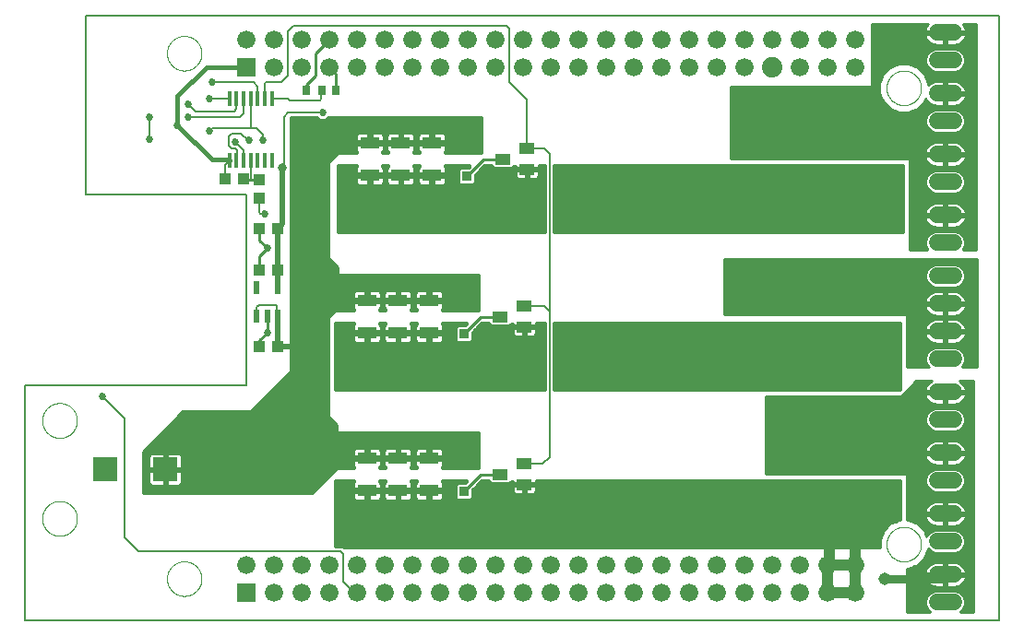
<source format=gbl>
G75*
%MOIN*%
%OFA0B0*%
%FSLAX25Y25*%
%IPPOS*%
%LPD*%
%AMOC8*
5,1,8,0,0,1.08239X$1,22.5*
%
%ADD10C,0.00500*%
%ADD11C,0.00000*%
%ADD12R,0.06600X0.06600*%
%ADD13C,0.06600*%
%ADD14C,0.07400*%
%ADD15R,0.07100X0.04400*%
%ADD16R,0.05512X0.03937*%
%ADD17C,0.06000*%
%ADD18R,0.08858X0.08858*%
%ADD19R,0.04331X0.03937*%
%ADD20R,0.03937X0.04331*%
%ADD21R,0.02165X0.04724*%
%ADD22R,0.02600X0.03800*%
%ADD23R,0.01400X0.05800*%
%ADD24C,0.01600*%
%ADD25C,0.03562*%
%ADD26C,0.01000*%
%ADD27C,0.02700*%
%ADD28C,0.00800*%
%ADD29C,0.04000*%
%ADD30C,0.04500*%
%ADD31C,0.02000*%
%ADD32C,0.03000*%
%ADD33C,0.05906*%
%ADD34R,0.03562X0.03562*%
%ADD35C,0.03300*%
D10*
X0026831Y0007667D02*
X0026831Y0092667D01*
X0106831Y0092667D01*
X0106831Y0161667D01*
X0048831Y0161667D01*
X0048831Y0226167D01*
X0378831Y0226167D01*
X0378831Y0007667D01*
X0026831Y0007667D01*
D11*
X0078081Y0022667D02*
X0078083Y0022825D01*
X0078089Y0022982D01*
X0078099Y0023140D01*
X0078113Y0023297D01*
X0078131Y0023453D01*
X0078152Y0023610D01*
X0078178Y0023765D01*
X0078208Y0023920D01*
X0078241Y0024074D01*
X0078279Y0024227D01*
X0078320Y0024380D01*
X0078365Y0024531D01*
X0078414Y0024681D01*
X0078467Y0024829D01*
X0078523Y0024977D01*
X0078584Y0025122D01*
X0078647Y0025267D01*
X0078715Y0025409D01*
X0078786Y0025550D01*
X0078860Y0025689D01*
X0078938Y0025826D01*
X0079020Y0025961D01*
X0079104Y0026094D01*
X0079193Y0026225D01*
X0079284Y0026353D01*
X0079379Y0026480D01*
X0079476Y0026603D01*
X0079577Y0026725D01*
X0079681Y0026843D01*
X0079788Y0026959D01*
X0079898Y0027072D01*
X0080010Y0027183D01*
X0080126Y0027290D01*
X0080244Y0027395D01*
X0080364Y0027497D01*
X0080487Y0027595D01*
X0080613Y0027691D01*
X0080741Y0027783D01*
X0080871Y0027872D01*
X0081003Y0027958D01*
X0081138Y0028040D01*
X0081275Y0028119D01*
X0081413Y0028194D01*
X0081553Y0028266D01*
X0081696Y0028334D01*
X0081839Y0028399D01*
X0081985Y0028460D01*
X0082132Y0028517D01*
X0082280Y0028571D01*
X0082430Y0028621D01*
X0082580Y0028667D01*
X0082732Y0028709D01*
X0082885Y0028748D01*
X0083039Y0028782D01*
X0083194Y0028813D01*
X0083349Y0028839D01*
X0083505Y0028862D01*
X0083662Y0028881D01*
X0083819Y0028896D01*
X0083976Y0028907D01*
X0084134Y0028914D01*
X0084292Y0028917D01*
X0084449Y0028916D01*
X0084607Y0028911D01*
X0084764Y0028902D01*
X0084922Y0028889D01*
X0085078Y0028872D01*
X0085235Y0028851D01*
X0085390Y0028827D01*
X0085545Y0028798D01*
X0085700Y0028765D01*
X0085853Y0028729D01*
X0086006Y0028688D01*
X0086157Y0028644D01*
X0086307Y0028596D01*
X0086456Y0028545D01*
X0086604Y0028489D01*
X0086750Y0028430D01*
X0086895Y0028367D01*
X0087038Y0028300D01*
X0087179Y0028230D01*
X0087318Y0028157D01*
X0087456Y0028080D01*
X0087592Y0027999D01*
X0087725Y0027915D01*
X0087856Y0027828D01*
X0087985Y0027737D01*
X0088112Y0027643D01*
X0088237Y0027546D01*
X0088358Y0027446D01*
X0088478Y0027343D01*
X0088594Y0027237D01*
X0088708Y0027128D01*
X0088820Y0027016D01*
X0088928Y0026902D01*
X0089033Y0026784D01*
X0089136Y0026664D01*
X0089235Y0026542D01*
X0089331Y0026417D01*
X0089424Y0026289D01*
X0089514Y0026160D01*
X0089600Y0026028D01*
X0089684Y0025894D01*
X0089763Y0025758D01*
X0089840Y0025620D01*
X0089912Y0025480D01*
X0089981Y0025338D01*
X0090047Y0025195D01*
X0090109Y0025050D01*
X0090167Y0024903D01*
X0090222Y0024755D01*
X0090273Y0024606D01*
X0090320Y0024455D01*
X0090363Y0024304D01*
X0090402Y0024151D01*
X0090438Y0023997D01*
X0090469Y0023843D01*
X0090497Y0023688D01*
X0090521Y0023532D01*
X0090541Y0023375D01*
X0090557Y0023218D01*
X0090569Y0023061D01*
X0090577Y0022904D01*
X0090581Y0022746D01*
X0090581Y0022588D01*
X0090577Y0022430D01*
X0090569Y0022273D01*
X0090557Y0022116D01*
X0090541Y0021959D01*
X0090521Y0021802D01*
X0090497Y0021646D01*
X0090469Y0021491D01*
X0090438Y0021337D01*
X0090402Y0021183D01*
X0090363Y0021030D01*
X0090320Y0020879D01*
X0090273Y0020728D01*
X0090222Y0020579D01*
X0090167Y0020431D01*
X0090109Y0020284D01*
X0090047Y0020139D01*
X0089981Y0019996D01*
X0089912Y0019854D01*
X0089840Y0019714D01*
X0089763Y0019576D01*
X0089684Y0019440D01*
X0089600Y0019306D01*
X0089514Y0019174D01*
X0089424Y0019045D01*
X0089331Y0018917D01*
X0089235Y0018792D01*
X0089136Y0018670D01*
X0089033Y0018550D01*
X0088928Y0018432D01*
X0088820Y0018318D01*
X0088708Y0018206D01*
X0088594Y0018097D01*
X0088478Y0017991D01*
X0088358Y0017888D01*
X0088237Y0017788D01*
X0088112Y0017691D01*
X0087985Y0017597D01*
X0087856Y0017506D01*
X0087725Y0017419D01*
X0087592Y0017335D01*
X0087456Y0017254D01*
X0087318Y0017177D01*
X0087179Y0017104D01*
X0087038Y0017034D01*
X0086895Y0016967D01*
X0086750Y0016904D01*
X0086604Y0016845D01*
X0086456Y0016789D01*
X0086307Y0016738D01*
X0086157Y0016690D01*
X0086006Y0016646D01*
X0085853Y0016605D01*
X0085700Y0016569D01*
X0085545Y0016536D01*
X0085390Y0016507D01*
X0085235Y0016483D01*
X0085078Y0016462D01*
X0084922Y0016445D01*
X0084764Y0016432D01*
X0084607Y0016423D01*
X0084449Y0016418D01*
X0084292Y0016417D01*
X0084134Y0016420D01*
X0083976Y0016427D01*
X0083819Y0016438D01*
X0083662Y0016453D01*
X0083505Y0016472D01*
X0083349Y0016495D01*
X0083194Y0016521D01*
X0083039Y0016552D01*
X0082885Y0016586D01*
X0082732Y0016625D01*
X0082580Y0016667D01*
X0082430Y0016713D01*
X0082280Y0016763D01*
X0082132Y0016817D01*
X0081985Y0016874D01*
X0081839Y0016935D01*
X0081696Y0017000D01*
X0081553Y0017068D01*
X0081413Y0017140D01*
X0081275Y0017215D01*
X0081138Y0017294D01*
X0081003Y0017376D01*
X0080871Y0017462D01*
X0080741Y0017551D01*
X0080613Y0017643D01*
X0080487Y0017739D01*
X0080364Y0017837D01*
X0080244Y0017939D01*
X0080126Y0018044D01*
X0080010Y0018151D01*
X0079898Y0018262D01*
X0079788Y0018375D01*
X0079681Y0018491D01*
X0079577Y0018609D01*
X0079476Y0018731D01*
X0079379Y0018854D01*
X0079284Y0018981D01*
X0079193Y0019109D01*
X0079104Y0019240D01*
X0079020Y0019373D01*
X0078938Y0019508D01*
X0078860Y0019645D01*
X0078786Y0019784D01*
X0078715Y0019925D01*
X0078647Y0020067D01*
X0078584Y0020212D01*
X0078523Y0020357D01*
X0078467Y0020505D01*
X0078414Y0020653D01*
X0078365Y0020803D01*
X0078320Y0020954D01*
X0078279Y0021107D01*
X0078241Y0021260D01*
X0078208Y0021414D01*
X0078178Y0021569D01*
X0078152Y0021724D01*
X0078131Y0021881D01*
X0078113Y0022037D01*
X0078099Y0022194D01*
X0078089Y0022352D01*
X0078083Y0022509D01*
X0078081Y0022667D01*
X0032996Y0044450D02*
X0032998Y0044608D01*
X0033004Y0044766D01*
X0033014Y0044924D01*
X0033028Y0045082D01*
X0033046Y0045239D01*
X0033067Y0045396D01*
X0033093Y0045552D01*
X0033123Y0045708D01*
X0033156Y0045863D01*
X0033194Y0046016D01*
X0033235Y0046169D01*
X0033280Y0046321D01*
X0033329Y0046472D01*
X0033382Y0046621D01*
X0033438Y0046769D01*
X0033498Y0046915D01*
X0033562Y0047060D01*
X0033630Y0047203D01*
X0033701Y0047345D01*
X0033775Y0047485D01*
X0033853Y0047622D01*
X0033935Y0047758D01*
X0034019Y0047892D01*
X0034108Y0048023D01*
X0034199Y0048152D01*
X0034294Y0048279D01*
X0034391Y0048404D01*
X0034492Y0048526D01*
X0034596Y0048645D01*
X0034703Y0048762D01*
X0034813Y0048876D01*
X0034926Y0048987D01*
X0035041Y0049096D01*
X0035159Y0049201D01*
X0035280Y0049303D01*
X0035403Y0049403D01*
X0035529Y0049499D01*
X0035657Y0049592D01*
X0035787Y0049682D01*
X0035920Y0049768D01*
X0036055Y0049852D01*
X0036191Y0049931D01*
X0036330Y0050008D01*
X0036471Y0050080D01*
X0036613Y0050150D01*
X0036757Y0050215D01*
X0036903Y0050277D01*
X0037050Y0050335D01*
X0037199Y0050390D01*
X0037349Y0050441D01*
X0037500Y0050488D01*
X0037652Y0050531D01*
X0037805Y0050570D01*
X0037960Y0050606D01*
X0038115Y0050637D01*
X0038271Y0050665D01*
X0038427Y0050689D01*
X0038584Y0050709D01*
X0038742Y0050725D01*
X0038899Y0050737D01*
X0039058Y0050745D01*
X0039216Y0050749D01*
X0039374Y0050749D01*
X0039532Y0050745D01*
X0039691Y0050737D01*
X0039848Y0050725D01*
X0040006Y0050709D01*
X0040163Y0050689D01*
X0040319Y0050665D01*
X0040475Y0050637D01*
X0040630Y0050606D01*
X0040785Y0050570D01*
X0040938Y0050531D01*
X0041090Y0050488D01*
X0041241Y0050441D01*
X0041391Y0050390D01*
X0041540Y0050335D01*
X0041687Y0050277D01*
X0041833Y0050215D01*
X0041977Y0050150D01*
X0042119Y0050080D01*
X0042260Y0050008D01*
X0042399Y0049931D01*
X0042535Y0049852D01*
X0042670Y0049768D01*
X0042803Y0049682D01*
X0042933Y0049592D01*
X0043061Y0049499D01*
X0043187Y0049403D01*
X0043310Y0049303D01*
X0043431Y0049201D01*
X0043549Y0049096D01*
X0043664Y0048987D01*
X0043777Y0048876D01*
X0043887Y0048762D01*
X0043994Y0048645D01*
X0044098Y0048526D01*
X0044199Y0048404D01*
X0044296Y0048279D01*
X0044391Y0048152D01*
X0044482Y0048023D01*
X0044571Y0047892D01*
X0044655Y0047758D01*
X0044737Y0047622D01*
X0044815Y0047485D01*
X0044889Y0047345D01*
X0044960Y0047203D01*
X0045028Y0047060D01*
X0045092Y0046915D01*
X0045152Y0046769D01*
X0045208Y0046621D01*
X0045261Y0046472D01*
X0045310Y0046321D01*
X0045355Y0046169D01*
X0045396Y0046016D01*
X0045434Y0045863D01*
X0045467Y0045708D01*
X0045497Y0045552D01*
X0045523Y0045396D01*
X0045544Y0045239D01*
X0045562Y0045082D01*
X0045576Y0044924D01*
X0045586Y0044766D01*
X0045592Y0044608D01*
X0045594Y0044450D01*
X0045592Y0044292D01*
X0045586Y0044134D01*
X0045576Y0043976D01*
X0045562Y0043818D01*
X0045544Y0043661D01*
X0045523Y0043504D01*
X0045497Y0043348D01*
X0045467Y0043192D01*
X0045434Y0043037D01*
X0045396Y0042884D01*
X0045355Y0042731D01*
X0045310Y0042579D01*
X0045261Y0042428D01*
X0045208Y0042279D01*
X0045152Y0042131D01*
X0045092Y0041985D01*
X0045028Y0041840D01*
X0044960Y0041697D01*
X0044889Y0041555D01*
X0044815Y0041415D01*
X0044737Y0041278D01*
X0044655Y0041142D01*
X0044571Y0041008D01*
X0044482Y0040877D01*
X0044391Y0040748D01*
X0044296Y0040621D01*
X0044199Y0040496D01*
X0044098Y0040374D01*
X0043994Y0040255D01*
X0043887Y0040138D01*
X0043777Y0040024D01*
X0043664Y0039913D01*
X0043549Y0039804D01*
X0043431Y0039699D01*
X0043310Y0039597D01*
X0043187Y0039497D01*
X0043061Y0039401D01*
X0042933Y0039308D01*
X0042803Y0039218D01*
X0042670Y0039132D01*
X0042535Y0039048D01*
X0042399Y0038969D01*
X0042260Y0038892D01*
X0042119Y0038820D01*
X0041977Y0038750D01*
X0041833Y0038685D01*
X0041687Y0038623D01*
X0041540Y0038565D01*
X0041391Y0038510D01*
X0041241Y0038459D01*
X0041090Y0038412D01*
X0040938Y0038369D01*
X0040785Y0038330D01*
X0040630Y0038294D01*
X0040475Y0038263D01*
X0040319Y0038235D01*
X0040163Y0038211D01*
X0040006Y0038191D01*
X0039848Y0038175D01*
X0039691Y0038163D01*
X0039532Y0038155D01*
X0039374Y0038151D01*
X0039216Y0038151D01*
X0039058Y0038155D01*
X0038899Y0038163D01*
X0038742Y0038175D01*
X0038584Y0038191D01*
X0038427Y0038211D01*
X0038271Y0038235D01*
X0038115Y0038263D01*
X0037960Y0038294D01*
X0037805Y0038330D01*
X0037652Y0038369D01*
X0037500Y0038412D01*
X0037349Y0038459D01*
X0037199Y0038510D01*
X0037050Y0038565D01*
X0036903Y0038623D01*
X0036757Y0038685D01*
X0036613Y0038750D01*
X0036471Y0038820D01*
X0036330Y0038892D01*
X0036191Y0038969D01*
X0036055Y0039048D01*
X0035920Y0039132D01*
X0035787Y0039218D01*
X0035657Y0039308D01*
X0035529Y0039401D01*
X0035403Y0039497D01*
X0035280Y0039597D01*
X0035159Y0039699D01*
X0035041Y0039804D01*
X0034926Y0039913D01*
X0034813Y0040024D01*
X0034703Y0040138D01*
X0034596Y0040255D01*
X0034492Y0040374D01*
X0034391Y0040496D01*
X0034294Y0040621D01*
X0034199Y0040748D01*
X0034108Y0040877D01*
X0034019Y0041008D01*
X0033935Y0041142D01*
X0033853Y0041278D01*
X0033775Y0041415D01*
X0033701Y0041555D01*
X0033630Y0041697D01*
X0033562Y0041840D01*
X0033498Y0041985D01*
X0033438Y0042131D01*
X0033382Y0042279D01*
X0033329Y0042428D01*
X0033280Y0042579D01*
X0033235Y0042731D01*
X0033194Y0042884D01*
X0033156Y0043037D01*
X0033123Y0043192D01*
X0033093Y0043348D01*
X0033067Y0043504D01*
X0033046Y0043661D01*
X0033028Y0043818D01*
X0033014Y0043976D01*
X0033004Y0044134D01*
X0032998Y0044292D01*
X0032996Y0044450D01*
X0032996Y0079883D02*
X0032998Y0080041D01*
X0033004Y0080199D01*
X0033014Y0080357D01*
X0033028Y0080515D01*
X0033046Y0080672D01*
X0033067Y0080829D01*
X0033093Y0080985D01*
X0033123Y0081141D01*
X0033156Y0081296D01*
X0033194Y0081449D01*
X0033235Y0081602D01*
X0033280Y0081754D01*
X0033329Y0081905D01*
X0033382Y0082054D01*
X0033438Y0082202D01*
X0033498Y0082348D01*
X0033562Y0082493D01*
X0033630Y0082636D01*
X0033701Y0082778D01*
X0033775Y0082918D01*
X0033853Y0083055D01*
X0033935Y0083191D01*
X0034019Y0083325D01*
X0034108Y0083456D01*
X0034199Y0083585D01*
X0034294Y0083712D01*
X0034391Y0083837D01*
X0034492Y0083959D01*
X0034596Y0084078D01*
X0034703Y0084195D01*
X0034813Y0084309D01*
X0034926Y0084420D01*
X0035041Y0084529D01*
X0035159Y0084634D01*
X0035280Y0084736D01*
X0035403Y0084836D01*
X0035529Y0084932D01*
X0035657Y0085025D01*
X0035787Y0085115D01*
X0035920Y0085201D01*
X0036055Y0085285D01*
X0036191Y0085364D01*
X0036330Y0085441D01*
X0036471Y0085513D01*
X0036613Y0085583D01*
X0036757Y0085648D01*
X0036903Y0085710D01*
X0037050Y0085768D01*
X0037199Y0085823D01*
X0037349Y0085874D01*
X0037500Y0085921D01*
X0037652Y0085964D01*
X0037805Y0086003D01*
X0037960Y0086039D01*
X0038115Y0086070D01*
X0038271Y0086098D01*
X0038427Y0086122D01*
X0038584Y0086142D01*
X0038742Y0086158D01*
X0038899Y0086170D01*
X0039058Y0086178D01*
X0039216Y0086182D01*
X0039374Y0086182D01*
X0039532Y0086178D01*
X0039691Y0086170D01*
X0039848Y0086158D01*
X0040006Y0086142D01*
X0040163Y0086122D01*
X0040319Y0086098D01*
X0040475Y0086070D01*
X0040630Y0086039D01*
X0040785Y0086003D01*
X0040938Y0085964D01*
X0041090Y0085921D01*
X0041241Y0085874D01*
X0041391Y0085823D01*
X0041540Y0085768D01*
X0041687Y0085710D01*
X0041833Y0085648D01*
X0041977Y0085583D01*
X0042119Y0085513D01*
X0042260Y0085441D01*
X0042399Y0085364D01*
X0042535Y0085285D01*
X0042670Y0085201D01*
X0042803Y0085115D01*
X0042933Y0085025D01*
X0043061Y0084932D01*
X0043187Y0084836D01*
X0043310Y0084736D01*
X0043431Y0084634D01*
X0043549Y0084529D01*
X0043664Y0084420D01*
X0043777Y0084309D01*
X0043887Y0084195D01*
X0043994Y0084078D01*
X0044098Y0083959D01*
X0044199Y0083837D01*
X0044296Y0083712D01*
X0044391Y0083585D01*
X0044482Y0083456D01*
X0044571Y0083325D01*
X0044655Y0083191D01*
X0044737Y0083055D01*
X0044815Y0082918D01*
X0044889Y0082778D01*
X0044960Y0082636D01*
X0045028Y0082493D01*
X0045092Y0082348D01*
X0045152Y0082202D01*
X0045208Y0082054D01*
X0045261Y0081905D01*
X0045310Y0081754D01*
X0045355Y0081602D01*
X0045396Y0081449D01*
X0045434Y0081296D01*
X0045467Y0081141D01*
X0045497Y0080985D01*
X0045523Y0080829D01*
X0045544Y0080672D01*
X0045562Y0080515D01*
X0045576Y0080357D01*
X0045586Y0080199D01*
X0045592Y0080041D01*
X0045594Y0079883D01*
X0045592Y0079725D01*
X0045586Y0079567D01*
X0045576Y0079409D01*
X0045562Y0079251D01*
X0045544Y0079094D01*
X0045523Y0078937D01*
X0045497Y0078781D01*
X0045467Y0078625D01*
X0045434Y0078470D01*
X0045396Y0078317D01*
X0045355Y0078164D01*
X0045310Y0078012D01*
X0045261Y0077861D01*
X0045208Y0077712D01*
X0045152Y0077564D01*
X0045092Y0077418D01*
X0045028Y0077273D01*
X0044960Y0077130D01*
X0044889Y0076988D01*
X0044815Y0076848D01*
X0044737Y0076711D01*
X0044655Y0076575D01*
X0044571Y0076441D01*
X0044482Y0076310D01*
X0044391Y0076181D01*
X0044296Y0076054D01*
X0044199Y0075929D01*
X0044098Y0075807D01*
X0043994Y0075688D01*
X0043887Y0075571D01*
X0043777Y0075457D01*
X0043664Y0075346D01*
X0043549Y0075237D01*
X0043431Y0075132D01*
X0043310Y0075030D01*
X0043187Y0074930D01*
X0043061Y0074834D01*
X0042933Y0074741D01*
X0042803Y0074651D01*
X0042670Y0074565D01*
X0042535Y0074481D01*
X0042399Y0074402D01*
X0042260Y0074325D01*
X0042119Y0074253D01*
X0041977Y0074183D01*
X0041833Y0074118D01*
X0041687Y0074056D01*
X0041540Y0073998D01*
X0041391Y0073943D01*
X0041241Y0073892D01*
X0041090Y0073845D01*
X0040938Y0073802D01*
X0040785Y0073763D01*
X0040630Y0073727D01*
X0040475Y0073696D01*
X0040319Y0073668D01*
X0040163Y0073644D01*
X0040006Y0073624D01*
X0039848Y0073608D01*
X0039691Y0073596D01*
X0039532Y0073588D01*
X0039374Y0073584D01*
X0039216Y0073584D01*
X0039058Y0073588D01*
X0038899Y0073596D01*
X0038742Y0073608D01*
X0038584Y0073624D01*
X0038427Y0073644D01*
X0038271Y0073668D01*
X0038115Y0073696D01*
X0037960Y0073727D01*
X0037805Y0073763D01*
X0037652Y0073802D01*
X0037500Y0073845D01*
X0037349Y0073892D01*
X0037199Y0073943D01*
X0037050Y0073998D01*
X0036903Y0074056D01*
X0036757Y0074118D01*
X0036613Y0074183D01*
X0036471Y0074253D01*
X0036330Y0074325D01*
X0036191Y0074402D01*
X0036055Y0074481D01*
X0035920Y0074565D01*
X0035787Y0074651D01*
X0035657Y0074741D01*
X0035529Y0074834D01*
X0035403Y0074930D01*
X0035280Y0075030D01*
X0035159Y0075132D01*
X0035041Y0075237D01*
X0034926Y0075346D01*
X0034813Y0075457D01*
X0034703Y0075571D01*
X0034596Y0075688D01*
X0034492Y0075807D01*
X0034391Y0075929D01*
X0034294Y0076054D01*
X0034199Y0076181D01*
X0034108Y0076310D01*
X0034019Y0076441D01*
X0033935Y0076575D01*
X0033853Y0076711D01*
X0033775Y0076848D01*
X0033701Y0076988D01*
X0033630Y0077130D01*
X0033562Y0077273D01*
X0033498Y0077418D01*
X0033438Y0077564D01*
X0033382Y0077712D01*
X0033329Y0077861D01*
X0033280Y0078012D01*
X0033235Y0078164D01*
X0033194Y0078317D01*
X0033156Y0078470D01*
X0033123Y0078625D01*
X0033093Y0078781D01*
X0033067Y0078937D01*
X0033046Y0079094D01*
X0033028Y0079251D01*
X0033014Y0079409D01*
X0033004Y0079567D01*
X0032998Y0079725D01*
X0032996Y0079883D01*
X0078081Y0212667D02*
X0078083Y0212825D01*
X0078089Y0212982D01*
X0078099Y0213140D01*
X0078113Y0213297D01*
X0078131Y0213453D01*
X0078152Y0213610D01*
X0078178Y0213765D01*
X0078208Y0213920D01*
X0078241Y0214074D01*
X0078279Y0214227D01*
X0078320Y0214380D01*
X0078365Y0214531D01*
X0078414Y0214681D01*
X0078467Y0214829D01*
X0078523Y0214977D01*
X0078584Y0215122D01*
X0078647Y0215267D01*
X0078715Y0215409D01*
X0078786Y0215550D01*
X0078860Y0215689D01*
X0078938Y0215826D01*
X0079020Y0215961D01*
X0079104Y0216094D01*
X0079193Y0216225D01*
X0079284Y0216353D01*
X0079379Y0216480D01*
X0079476Y0216603D01*
X0079577Y0216725D01*
X0079681Y0216843D01*
X0079788Y0216959D01*
X0079898Y0217072D01*
X0080010Y0217183D01*
X0080126Y0217290D01*
X0080244Y0217395D01*
X0080364Y0217497D01*
X0080487Y0217595D01*
X0080613Y0217691D01*
X0080741Y0217783D01*
X0080871Y0217872D01*
X0081003Y0217958D01*
X0081138Y0218040D01*
X0081275Y0218119D01*
X0081413Y0218194D01*
X0081553Y0218266D01*
X0081696Y0218334D01*
X0081839Y0218399D01*
X0081985Y0218460D01*
X0082132Y0218517D01*
X0082280Y0218571D01*
X0082430Y0218621D01*
X0082580Y0218667D01*
X0082732Y0218709D01*
X0082885Y0218748D01*
X0083039Y0218782D01*
X0083194Y0218813D01*
X0083349Y0218839D01*
X0083505Y0218862D01*
X0083662Y0218881D01*
X0083819Y0218896D01*
X0083976Y0218907D01*
X0084134Y0218914D01*
X0084292Y0218917D01*
X0084449Y0218916D01*
X0084607Y0218911D01*
X0084764Y0218902D01*
X0084922Y0218889D01*
X0085078Y0218872D01*
X0085235Y0218851D01*
X0085390Y0218827D01*
X0085545Y0218798D01*
X0085700Y0218765D01*
X0085853Y0218729D01*
X0086006Y0218688D01*
X0086157Y0218644D01*
X0086307Y0218596D01*
X0086456Y0218545D01*
X0086604Y0218489D01*
X0086750Y0218430D01*
X0086895Y0218367D01*
X0087038Y0218300D01*
X0087179Y0218230D01*
X0087318Y0218157D01*
X0087456Y0218080D01*
X0087592Y0217999D01*
X0087725Y0217915D01*
X0087856Y0217828D01*
X0087985Y0217737D01*
X0088112Y0217643D01*
X0088237Y0217546D01*
X0088358Y0217446D01*
X0088478Y0217343D01*
X0088594Y0217237D01*
X0088708Y0217128D01*
X0088820Y0217016D01*
X0088928Y0216902D01*
X0089033Y0216784D01*
X0089136Y0216664D01*
X0089235Y0216542D01*
X0089331Y0216417D01*
X0089424Y0216289D01*
X0089514Y0216160D01*
X0089600Y0216028D01*
X0089684Y0215894D01*
X0089763Y0215758D01*
X0089840Y0215620D01*
X0089912Y0215480D01*
X0089981Y0215338D01*
X0090047Y0215195D01*
X0090109Y0215050D01*
X0090167Y0214903D01*
X0090222Y0214755D01*
X0090273Y0214606D01*
X0090320Y0214455D01*
X0090363Y0214304D01*
X0090402Y0214151D01*
X0090438Y0213997D01*
X0090469Y0213843D01*
X0090497Y0213688D01*
X0090521Y0213532D01*
X0090541Y0213375D01*
X0090557Y0213218D01*
X0090569Y0213061D01*
X0090577Y0212904D01*
X0090581Y0212746D01*
X0090581Y0212588D01*
X0090577Y0212430D01*
X0090569Y0212273D01*
X0090557Y0212116D01*
X0090541Y0211959D01*
X0090521Y0211802D01*
X0090497Y0211646D01*
X0090469Y0211491D01*
X0090438Y0211337D01*
X0090402Y0211183D01*
X0090363Y0211030D01*
X0090320Y0210879D01*
X0090273Y0210728D01*
X0090222Y0210579D01*
X0090167Y0210431D01*
X0090109Y0210284D01*
X0090047Y0210139D01*
X0089981Y0209996D01*
X0089912Y0209854D01*
X0089840Y0209714D01*
X0089763Y0209576D01*
X0089684Y0209440D01*
X0089600Y0209306D01*
X0089514Y0209174D01*
X0089424Y0209045D01*
X0089331Y0208917D01*
X0089235Y0208792D01*
X0089136Y0208670D01*
X0089033Y0208550D01*
X0088928Y0208432D01*
X0088820Y0208318D01*
X0088708Y0208206D01*
X0088594Y0208097D01*
X0088478Y0207991D01*
X0088358Y0207888D01*
X0088237Y0207788D01*
X0088112Y0207691D01*
X0087985Y0207597D01*
X0087856Y0207506D01*
X0087725Y0207419D01*
X0087592Y0207335D01*
X0087456Y0207254D01*
X0087318Y0207177D01*
X0087179Y0207104D01*
X0087038Y0207034D01*
X0086895Y0206967D01*
X0086750Y0206904D01*
X0086604Y0206845D01*
X0086456Y0206789D01*
X0086307Y0206738D01*
X0086157Y0206690D01*
X0086006Y0206646D01*
X0085853Y0206605D01*
X0085700Y0206569D01*
X0085545Y0206536D01*
X0085390Y0206507D01*
X0085235Y0206483D01*
X0085078Y0206462D01*
X0084922Y0206445D01*
X0084764Y0206432D01*
X0084607Y0206423D01*
X0084449Y0206418D01*
X0084292Y0206417D01*
X0084134Y0206420D01*
X0083976Y0206427D01*
X0083819Y0206438D01*
X0083662Y0206453D01*
X0083505Y0206472D01*
X0083349Y0206495D01*
X0083194Y0206521D01*
X0083039Y0206552D01*
X0082885Y0206586D01*
X0082732Y0206625D01*
X0082580Y0206667D01*
X0082430Y0206713D01*
X0082280Y0206763D01*
X0082132Y0206817D01*
X0081985Y0206874D01*
X0081839Y0206935D01*
X0081696Y0207000D01*
X0081553Y0207068D01*
X0081413Y0207140D01*
X0081275Y0207215D01*
X0081138Y0207294D01*
X0081003Y0207376D01*
X0080871Y0207462D01*
X0080741Y0207551D01*
X0080613Y0207643D01*
X0080487Y0207739D01*
X0080364Y0207837D01*
X0080244Y0207939D01*
X0080126Y0208044D01*
X0080010Y0208151D01*
X0079898Y0208262D01*
X0079788Y0208375D01*
X0079681Y0208491D01*
X0079577Y0208609D01*
X0079476Y0208731D01*
X0079379Y0208854D01*
X0079284Y0208981D01*
X0079193Y0209109D01*
X0079104Y0209240D01*
X0079020Y0209373D01*
X0078938Y0209508D01*
X0078860Y0209645D01*
X0078786Y0209784D01*
X0078715Y0209925D01*
X0078647Y0210067D01*
X0078584Y0210212D01*
X0078523Y0210357D01*
X0078467Y0210505D01*
X0078414Y0210653D01*
X0078365Y0210803D01*
X0078320Y0210954D01*
X0078279Y0211107D01*
X0078241Y0211260D01*
X0078208Y0211414D01*
X0078178Y0211569D01*
X0078152Y0211724D01*
X0078131Y0211881D01*
X0078113Y0212037D01*
X0078099Y0212194D01*
X0078089Y0212352D01*
X0078083Y0212509D01*
X0078081Y0212667D01*
X0338081Y0200167D02*
X0338083Y0200325D01*
X0338089Y0200482D01*
X0338099Y0200640D01*
X0338113Y0200797D01*
X0338131Y0200953D01*
X0338152Y0201110D01*
X0338178Y0201265D01*
X0338208Y0201420D01*
X0338241Y0201574D01*
X0338279Y0201727D01*
X0338320Y0201880D01*
X0338365Y0202031D01*
X0338414Y0202181D01*
X0338467Y0202329D01*
X0338523Y0202477D01*
X0338584Y0202622D01*
X0338647Y0202767D01*
X0338715Y0202909D01*
X0338786Y0203050D01*
X0338860Y0203189D01*
X0338938Y0203326D01*
X0339020Y0203461D01*
X0339104Y0203594D01*
X0339193Y0203725D01*
X0339284Y0203853D01*
X0339379Y0203980D01*
X0339476Y0204103D01*
X0339577Y0204225D01*
X0339681Y0204343D01*
X0339788Y0204459D01*
X0339898Y0204572D01*
X0340010Y0204683D01*
X0340126Y0204790D01*
X0340244Y0204895D01*
X0340364Y0204997D01*
X0340487Y0205095D01*
X0340613Y0205191D01*
X0340741Y0205283D01*
X0340871Y0205372D01*
X0341003Y0205458D01*
X0341138Y0205540D01*
X0341275Y0205619D01*
X0341413Y0205694D01*
X0341553Y0205766D01*
X0341696Y0205834D01*
X0341839Y0205899D01*
X0341985Y0205960D01*
X0342132Y0206017D01*
X0342280Y0206071D01*
X0342430Y0206121D01*
X0342580Y0206167D01*
X0342732Y0206209D01*
X0342885Y0206248D01*
X0343039Y0206282D01*
X0343194Y0206313D01*
X0343349Y0206339D01*
X0343505Y0206362D01*
X0343662Y0206381D01*
X0343819Y0206396D01*
X0343976Y0206407D01*
X0344134Y0206414D01*
X0344292Y0206417D01*
X0344449Y0206416D01*
X0344607Y0206411D01*
X0344764Y0206402D01*
X0344922Y0206389D01*
X0345078Y0206372D01*
X0345235Y0206351D01*
X0345390Y0206327D01*
X0345545Y0206298D01*
X0345700Y0206265D01*
X0345853Y0206229D01*
X0346006Y0206188D01*
X0346157Y0206144D01*
X0346307Y0206096D01*
X0346456Y0206045D01*
X0346604Y0205989D01*
X0346750Y0205930D01*
X0346895Y0205867D01*
X0347038Y0205800D01*
X0347179Y0205730D01*
X0347318Y0205657D01*
X0347456Y0205580D01*
X0347592Y0205499D01*
X0347725Y0205415D01*
X0347856Y0205328D01*
X0347985Y0205237D01*
X0348112Y0205143D01*
X0348237Y0205046D01*
X0348358Y0204946D01*
X0348478Y0204843D01*
X0348594Y0204737D01*
X0348708Y0204628D01*
X0348820Y0204516D01*
X0348928Y0204402D01*
X0349033Y0204284D01*
X0349136Y0204164D01*
X0349235Y0204042D01*
X0349331Y0203917D01*
X0349424Y0203789D01*
X0349514Y0203660D01*
X0349600Y0203528D01*
X0349684Y0203394D01*
X0349763Y0203258D01*
X0349840Y0203120D01*
X0349912Y0202980D01*
X0349981Y0202838D01*
X0350047Y0202695D01*
X0350109Y0202550D01*
X0350167Y0202403D01*
X0350222Y0202255D01*
X0350273Y0202106D01*
X0350320Y0201955D01*
X0350363Y0201804D01*
X0350402Y0201651D01*
X0350438Y0201497D01*
X0350469Y0201343D01*
X0350497Y0201188D01*
X0350521Y0201032D01*
X0350541Y0200875D01*
X0350557Y0200718D01*
X0350569Y0200561D01*
X0350577Y0200404D01*
X0350581Y0200246D01*
X0350581Y0200088D01*
X0350577Y0199930D01*
X0350569Y0199773D01*
X0350557Y0199616D01*
X0350541Y0199459D01*
X0350521Y0199302D01*
X0350497Y0199146D01*
X0350469Y0198991D01*
X0350438Y0198837D01*
X0350402Y0198683D01*
X0350363Y0198530D01*
X0350320Y0198379D01*
X0350273Y0198228D01*
X0350222Y0198079D01*
X0350167Y0197931D01*
X0350109Y0197784D01*
X0350047Y0197639D01*
X0349981Y0197496D01*
X0349912Y0197354D01*
X0349840Y0197214D01*
X0349763Y0197076D01*
X0349684Y0196940D01*
X0349600Y0196806D01*
X0349514Y0196674D01*
X0349424Y0196545D01*
X0349331Y0196417D01*
X0349235Y0196292D01*
X0349136Y0196170D01*
X0349033Y0196050D01*
X0348928Y0195932D01*
X0348820Y0195818D01*
X0348708Y0195706D01*
X0348594Y0195597D01*
X0348478Y0195491D01*
X0348358Y0195388D01*
X0348237Y0195288D01*
X0348112Y0195191D01*
X0347985Y0195097D01*
X0347856Y0195006D01*
X0347725Y0194919D01*
X0347592Y0194835D01*
X0347456Y0194754D01*
X0347318Y0194677D01*
X0347179Y0194604D01*
X0347038Y0194534D01*
X0346895Y0194467D01*
X0346750Y0194404D01*
X0346604Y0194345D01*
X0346456Y0194289D01*
X0346307Y0194238D01*
X0346157Y0194190D01*
X0346006Y0194146D01*
X0345853Y0194105D01*
X0345700Y0194069D01*
X0345545Y0194036D01*
X0345390Y0194007D01*
X0345235Y0193983D01*
X0345078Y0193962D01*
X0344922Y0193945D01*
X0344764Y0193932D01*
X0344607Y0193923D01*
X0344449Y0193918D01*
X0344292Y0193917D01*
X0344134Y0193920D01*
X0343976Y0193927D01*
X0343819Y0193938D01*
X0343662Y0193953D01*
X0343505Y0193972D01*
X0343349Y0193995D01*
X0343194Y0194021D01*
X0343039Y0194052D01*
X0342885Y0194086D01*
X0342732Y0194125D01*
X0342580Y0194167D01*
X0342430Y0194213D01*
X0342280Y0194263D01*
X0342132Y0194317D01*
X0341985Y0194374D01*
X0341839Y0194435D01*
X0341696Y0194500D01*
X0341553Y0194568D01*
X0341413Y0194640D01*
X0341275Y0194715D01*
X0341138Y0194794D01*
X0341003Y0194876D01*
X0340871Y0194962D01*
X0340741Y0195051D01*
X0340613Y0195143D01*
X0340487Y0195239D01*
X0340364Y0195337D01*
X0340244Y0195439D01*
X0340126Y0195544D01*
X0340010Y0195651D01*
X0339898Y0195762D01*
X0339788Y0195875D01*
X0339681Y0195991D01*
X0339577Y0196109D01*
X0339476Y0196231D01*
X0339379Y0196354D01*
X0339284Y0196481D01*
X0339193Y0196609D01*
X0339104Y0196740D01*
X0339020Y0196873D01*
X0338938Y0197008D01*
X0338860Y0197145D01*
X0338786Y0197284D01*
X0338715Y0197425D01*
X0338647Y0197567D01*
X0338584Y0197712D01*
X0338523Y0197857D01*
X0338467Y0198005D01*
X0338414Y0198153D01*
X0338365Y0198303D01*
X0338320Y0198454D01*
X0338279Y0198607D01*
X0338241Y0198760D01*
X0338208Y0198914D01*
X0338178Y0199069D01*
X0338152Y0199224D01*
X0338131Y0199381D01*
X0338113Y0199537D01*
X0338099Y0199694D01*
X0338089Y0199852D01*
X0338083Y0200009D01*
X0338081Y0200167D01*
X0338081Y0035167D02*
X0338083Y0035325D01*
X0338089Y0035482D01*
X0338099Y0035640D01*
X0338113Y0035797D01*
X0338131Y0035953D01*
X0338152Y0036110D01*
X0338178Y0036265D01*
X0338208Y0036420D01*
X0338241Y0036574D01*
X0338279Y0036727D01*
X0338320Y0036880D01*
X0338365Y0037031D01*
X0338414Y0037181D01*
X0338467Y0037329D01*
X0338523Y0037477D01*
X0338584Y0037622D01*
X0338647Y0037767D01*
X0338715Y0037909D01*
X0338786Y0038050D01*
X0338860Y0038189D01*
X0338938Y0038326D01*
X0339020Y0038461D01*
X0339104Y0038594D01*
X0339193Y0038725D01*
X0339284Y0038853D01*
X0339379Y0038980D01*
X0339476Y0039103D01*
X0339577Y0039225D01*
X0339681Y0039343D01*
X0339788Y0039459D01*
X0339898Y0039572D01*
X0340010Y0039683D01*
X0340126Y0039790D01*
X0340244Y0039895D01*
X0340364Y0039997D01*
X0340487Y0040095D01*
X0340613Y0040191D01*
X0340741Y0040283D01*
X0340871Y0040372D01*
X0341003Y0040458D01*
X0341138Y0040540D01*
X0341275Y0040619D01*
X0341413Y0040694D01*
X0341553Y0040766D01*
X0341696Y0040834D01*
X0341839Y0040899D01*
X0341985Y0040960D01*
X0342132Y0041017D01*
X0342280Y0041071D01*
X0342430Y0041121D01*
X0342580Y0041167D01*
X0342732Y0041209D01*
X0342885Y0041248D01*
X0343039Y0041282D01*
X0343194Y0041313D01*
X0343349Y0041339D01*
X0343505Y0041362D01*
X0343662Y0041381D01*
X0343819Y0041396D01*
X0343976Y0041407D01*
X0344134Y0041414D01*
X0344292Y0041417D01*
X0344449Y0041416D01*
X0344607Y0041411D01*
X0344764Y0041402D01*
X0344922Y0041389D01*
X0345078Y0041372D01*
X0345235Y0041351D01*
X0345390Y0041327D01*
X0345545Y0041298D01*
X0345700Y0041265D01*
X0345853Y0041229D01*
X0346006Y0041188D01*
X0346157Y0041144D01*
X0346307Y0041096D01*
X0346456Y0041045D01*
X0346604Y0040989D01*
X0346750Y0040930D01*
X0346895Y0040867D01*
X0347038Y0040800D01*
X0347179Y0040730D01*
X0347318Y0040657D01*
X0347456Y0040580D01*
X0347592Y0040499D01*
X0347725Y0040415D01*
X0347856Y0040328D01*
X0347985Y0040237D01*
X0348112Y0040143D01*
X0348237Y0040046D01*
X0348358Y0039946D01*
X0348478Y0039843D01*
X0348594Y0039737D01*
X0348708Y0039628D01*
X0348820Y0039516D01*
X0348928Y0039402D01*
X0349033Y0039284D01*
X0349136Y0039164D01*
X0349235Y0039042D01*
X0349331Y0038917D01*
X0349424Y0038789D01*
X0349514Y0038660D01*
X0349600Y0038528D01*
X0349684Y0038394D01*
X0349763Y0038258D01*
X0349840Y0038120D01*
X0349912Y0037980D01*
X0349981Y0037838D01*
X0350047Y0037695D01*
X0350109Y0037550D01*
X0350167Y0037403D01*
X0350222Y0037255D01*
X0350273Y0037106D01*
X0350320Y0036955D01*
X0350363Y0036804D01*
X0350402Y0036651D01*
X0350438Y0036497D01*
X0350469Y0036343D01*
X0350497Y0036188D01*
X0350521Y0036032D01*
X0350541Y0035875D01*
X0350557Y0035718D01*
X0350569Y0035561D01*
X0350577Y0035404D01*
X0350581Y0035246D01*
X0350581Y0035088D01*
X0350577Y0034930D01*
X0350569Y0034773D01*
X0350557Y0034616D01*
X0350541Y0034459D01*
X0350521Y0034302D01*
X0350497Y0034146D01*
X0350469Y0033991D01*
X0350438Y0033837D01*
X0350402Y0033683D01*
X0350363Y0033530D01*
X0350320Y0033379D01*
X0350273Y0033228D01*
X0350222Y0033079D01*
X0350167Y0032931D01*
X0350109Y0032784D01*
X0350047Y0032639D01*
X0349981Y0032496D01*
X0349912Y0032354D01*
X0349840Y0032214D01*
X0349763Y0032076D01*
X0349684Y0031940D01*
X0349600Y0031806D01*
X0349514Y0031674D01*
X0349424Y0031545D01*
X0349331Y0031417D01*
X0349235Y0031292D01*
X0349136Y0031170D01*
X0349033Y0031050D01*
X0348928Y0030932D01*
X0348820Y0030818D01*
X0348708Y0030706D01*
X0348594Y0030597D01*
X0348478Y0030491D01*
X0348358Y0030388D01*
X0348237Y0030288D01*
X0348112Y0030191D01*
X0347985Y0030097D01*
X0347856Y0030006D01*
X0347725Y0029919D01*
X0347592Y0029835D01*
X0347456Y0029754D01*
X0347318Y0029677D01*
X0347179Y0029604D01*
X0347038Y0029534D01*
X0346895Y0029467D01*
X0346750Y0029404D01*
X0346604Y0029345D01*
X0346456Y0029289D01*
X0346307Y0029238D01*
X0346157Y0029190D01*
X0346006Y0029146D01*
X0345853Y0029105D01*
X0345700Y0029069D01*
X0345545Y0029036D01*
X0345390Y0029007D01*
X0345235Y0028983D01*
X0345078Y0028962D01*
X0344922Y0028945D01*
X0344764Y0028932D01*
X0344607Y0028923D01*
X0344449Y0028918D01*
X0344292Y0028917D01*
X0344134Y0028920D01*
X0343976Y0028927D01*
X0343819Y0028938D01*
X0343662Y0028953D01*
X0343505Y0028972D01*
X0343349Y0028995D01*
X0343194Y0029021D01*
X0343039Y0029052D01*
X0342885Y0029086D01*
X0342732Y0029125D01*
X0342580Y0029167D01*
X0342430Y0029213D01*
X0342280Y0029263D01*
X0342132Y0029317D01*
X0341985Y0029374D01*
X0341839Y0029435D01*
X0341696Y0029500D01*
X0341553Y0029568D01*
X0341413Y0029640D01*
X0341275Y0029715D01*
X0341138Y0029794D01*
X0341003Y0029876D01*
X0340871Y0029962D01*
X0340741Y0030051D01*
X0340613Y0030143D01*
X0340487Y0030239D01*
X0340364Y0030337D01*
X0340244Y0030439D01*
X0340126Y0030544D01*
X0340010Y0030651D01*
X0339898Y0030762D01*
X0339788Y0030875D01*
X0339681Y0030991D01*
X0339577Y0031109D01*
X0339476Y0031231D01*
X0339379Y0031354D01*
X0339284Y0031481D01*
X0339193Y0031609D01*
X0339104Y0031740D01*
X0339020Y0031873D01*
X0338938Y0032008D01*
X0338860Y0032145D01*
X0338786Y0032284D01*
X0338715Y0032425D01*
X0338647Y0032567D01*
X0338584Y0032712D01*
X0338523Y0032857D01*
X0338467Y0033005D01*
X0338414Y0033153D01*
X0338365Y0033303D01*
X0338320Y0033454D01*
X0338279Y0033607D01*
X0338241Y0033760D01*
X0338208Y0033914D01*
X0338178Y0034069D01*
X0338152Y0034224D01*
X0338131Y0034381D01*
X0338113Y0034537D01*
X0338099Y0034694D01*
X0338089Y0034852D01*
X0338083Y0035009D01*
X0338081Y0035167D01*
D12*
X0106831Y0017667D03*
X0106831Y0207667D03*
D13*
X0116831Y0207667D03*
X0126831Y0207667D03*
X0136831Y0207667D03*
X0146831Y0207667D03*
X0156831Y0207667D03*
X0166831Y0207667D03*
X0176831Y0207667D03*
X0186831Y0207667D03*
X0196831Y0207667D03*
X0206831Y0207667D03*
X0216831Y0207667D03*
X0226831Y0207667D03*
X0236831Y0207667D03*
X0246831Y0207667D03*
X0256831Y0207667D03*
X0266831Y0207667D03*
X0276831Y0207667D03*
X0286831Y0207667D03*
X0286831Y0217667D03*
X0296831Y0217667D03*
X0306831Y0217667D03*
X0316831Y0217667D03*
X0326831Y0217667D03*
X0326831Y0207667D03*
X0316831Y0207667D03*
X0306831Y0207667D03*
X0276831Y0217667D03*
X0266831Y0217667D03*
X0256831Y0217667D03*
X0246831Y0217667D03*
X0236831Y0217667D03*
X0226831Y0217667D03*
X0216831Y0217667D03*
X0206831Y0217667D03*
X0196831Y0217667D03*
X0186831Y0217667D03*
X0176831Y0217667D03*
X0166831Y0217667D03*
X0156831Y0217667D03*
X0146831Y0217667D03*
X0136831Y0217667D03*
X0126831Y0217667D03*
X0116831Y0217667D03*
X0106831Y0217667D03*
X0106831Y0027667D03*
X0116831Y0027667D03*
X0126831Y0027667D03*
X0136831Y0027667D03*
X0146831Y0027667D03*
X0156831Y0027667D03*
X0166831Y0027667D03*
X0176831Y0027667D03*
X0186831Y0027667D03*
X0196831Y0027667D03*
X0206831Y0027667D03*
X0216831Y0027667D03*
X0226831Y0027667D03*
X0236831Y0027667D03*
X0246831Y0027667D03*
X0256831Y0027667D03*
X0266831Y0027667D03*
X0276831Y0027667D03*
X0286831Y0027667D03*
X0296831Y0027667D03*
X0306831Y0027667D03*
X0316831Y0027667D03*
X0326831Y0027667D03*
X0326831Y0017667D03*
X0316831Y0017667D03*
X0306831Y0017667D03*
X0296831Y0017667D03*
X0286831Y0017667D03*
X0276831Y0017667D03*
X0266831Y0017667D03*
X0256831Y0017667D03*
X0246831Y0017667D03*
X0236831Y0017667D03*
X0226831Y0017667D03*
X0216831Y0017667D03*
X0206831Y0017667D03*
X0196831Y0017667D03*
X0186831Y0017667D03*
X0176831Y0017667D03*
X0166831Y0017667D03*
X0156831Y0017667D03*
X0146831Y0017667D03*
X0136831Y0017667D03*
X0126831Y0017667D03*
X0116831Y0017667D03*
D14*
X0296831Y0207667D03*
D15*
X0173831Y0180317D03*
X0162581Y0180317D03*
X0151331Y0180317D03*
X0151331Y0168517D03*
X0162581Y0168517D03*
X0173831Y0168517D03*
X0172831Y0123317D03*
X0161581Y0123317D03*
X0150331Y0123317D03*
X0150331Y0111517D03*
X0161581Y0111517D03*
X0172831Y0111517D03*
X0172831Y0066317D03*
X0161581Y0066317D03*
X0150331Y0066317D03*
X0150331Y0054517D03*
X0161581Y0054517D03*
X0172831Y0054517D03*
D16*
X0198500Y0060417D03*
X0207161Y0064157D03*
X0207161Y0056677D03*
X0207161Y0113677D03*
X0198500Y0117417D03*
X0207161Y0121157D03*
X0208161Y0170677D03*
X0199500Y0174417D03*
X0208161Y0178157D03*
D17*
X0356331Y0176167D02*
X0362331Y0176167D01*
X0362331Y0166167D02*
X0356331Y0166167D01*
X0356331Y0154167D02*
X0362331Y0154167D01*
X0362331Y0144167D02*
X0356331Y0144167D01*
X0356331Y0132167D02*
X0362331Y0132167D01*
X0362331Y0122167D02*
X0356331Y0122167D01*
X0356331Y0112167D02*
X0362331Y0112167D01*
X0362331Y0102167D02*
X0356331Y0102167D01*
X0356331Y0090167D02*
X0362331Y0090167D01*
X0362331Y0080167D02*
X0356331Y0080167D01*
X0356331Y0068167D02*
X0362331Y0068167D01*
X0362331Y0058167D02*
X0356331Y0058167D01*
X0356331Y0046167D02*
X0362331Y0046167D01*
X0362331Y0036167D02*
X0356331Y0036167D01*
X0356331Y0024167D02*
X0362331Y0024167D01*
X0362331Y0014167D02*
X0356331Y0014167D01*
X0356331Y0188167D02*
X0362331Y0188167D01*
X0362331Y0198167D02*
X0356331Y0198167D01*
X0356331Y0210167D02*
X0362331Y0210167D01*
X0362331Y0220167D02*
X0356331Y0220167D01*
D18*
X0077484Y0062167D03*
X0055831Y0062167D03*
D19*
X0111484Y0106667D03*
X0118177Y0106667D03*
X0118177Y0134167D03*
X0111484Y0134167D03*
X0111484Y0149167D03*
X0118177Y0149167D03*
X0111331Y0160320D03*
X0111331Y0167013D03*
D20*
X0105677Y0167167D03*
X0098984Y0167167D03*
D21*
X0110591Y0127785D03*
X0118071Y0127785D03*
X0118071Y0117549D03*
X0114331Y0117549D03*
X0110591Y0117549D03*
D22*
X0128581Y0199167D03*
X0134081Y0199167D03*
X0139081Y0199167D03*
D23*
X0116031Y0196267D03*
X0113431Y0196267D03*
X0110931Y0196267D03*
X0108331Y0196267D03*
X0105731Y0196267D03*
X0103231Y0196267D03*
X0100631Y0196267D03*
X0100631Y0174067D03*
X0103231Y0174067D03*
X0105731Y0174067D03*
X0108331Y0174067D03*
X0110931Y0174067D03*
X0113431Y0174067D03*
X0116031Y0174067D03*
D24*
X0100631Y0174067D02*
X0100531Y0174167D01*
X0094331Y0174167D01*
X0081831Y0186667D01*
X0081831Y0197167D01*
X0092331Y0207667D01*
X0106831Y0207667D01*
X0140081Y0189417D02*
X0191331Y0189417D01*
X0191331Y0176917D01*
X0178726Y0176917D01*
X0178821Y0177011D01*
X0179058Y0177422D01*
X0179181Y0177880D01*
X0179181Y0180017D01*
X0174131Y0180017D01*
X0174131Y0180617D01*
X0173531Y0180617D01*
X0173531Y0184317D01*
X0170044Y0184317D01*
X0169586Y0184194D01*
X0169175Y0183957D01*
X0168840Y0183622D01*
X0168603Y0183211D01*
X0168481Y0182754D01*
X0168481Y0180617D01*
X0173531Y0180617D01*
X0173531Y0180017D01*
X0168481Y0180017D01*
X0168481Y0177880D01*
X0168603Y0177422D01*
X0168840Y0177011D01*
X0168935Y0176917D01*
X0167476Y0176917D01*
X0167571Y0177011D01*
X0167808Y0177422D01*
X0167931Y0177880D01*
X0167931Y0180017D01*
X0162881Y0180017D01*
X0162881Y0180617D01*
X0162281Y0180617D01*
X0162281Y0184317D01*
X0158794Y0184317D01*
X0158336Y0184194D01*
X0157925Y0183957D01*
X0157590Y0183622D01*
X0157353Y0183211D01*
X0157231Y0182754D01*
X0157231Y0180617D01*
X0162281Y0180617D01*
X0162281Y0180017D01*
X0157231Y0180017D01*
X0157231Y0177880D01*
X0157353Y0177422D01*
X0157590Y0177011D01*
X0157685Y0176917D01*
X0156226Y0176917D01*
X0156321Y0177011D01*
X0156558Y0177422D01*
X0156681Y0177880D01*
X0156681Y0180017D01*
X0151631Y0180017D01*
X0151631Y0180617D01*
X0151031Y0180617D01*
X0151031Y0184317D01*
X0147544Y0184317D01*
X0147086Y0184194D01*
X0146675Y0183957D01*
X0146340Y0183622D01*
X0146103Y0183211D01*
X0145981Y0182754D01*
X0145981Y0180617D01*
X0151031Y0180617D01*
X0151031Y0180017D01*
X0145981Y0180017D01*
X0145981Y0177880D01*
X0146103Y0177422D01*
X0146340Y0177011D01*
X0146435Y0176917D01*
X0140081Y0176917D01*
X0140081Y0189417D01*
X0140081Y0189200D02*
X0191331Y0189200D01*
X0191331Y0187601D02*
X0140081Y0187601D01*
X0140081Y0186003D02*
X0191331Y0186003D01*
X0191331Y0184404D02*
X0140081Y0184404D01*
X0140081Y0182806D02*
X0145995Y0182806D01*
X0145981Y0181207D02*
X0140081Y0181207D01*
X0140081Y0179609D02*
X0145981Y0179609D01*
X0145981Y0178010D02*
X0140081Y0178010D01*
X0140081Y0171917D02*
X0146435Y0171917D01*
X0146340Y0171822D01*
X0146103Y0171411D01*
X0145981Y0170954D01*
X0145981Y0168817D01*
X0151031Y0168817D01*
X0151031Y0168217D01*
X0151631Y0168217D01*
X0151631Y0168817D01*
X0156681Y0168817D01*
X0156681Y0170954D01*
X0156558Y0171411D01*
X0156321Y0171822D01*
X0156226Y0171917D01*
X0157685Y0171917D01*
X0157590Y0171822D01*
X0157353Y0171411D01*
X0157231Y0170954D01*
X0157231Y0168817D01*
X0162281Y0168817D01*
X0162281Y0168217D01*
X0162881Y0168217D01*
X0162881Y0168817D01*
X0167931Y0168817D01*
X0167931Y0170954D01*
X0167808Y0171411D01*
X0167571Y0171822D01*
X0167476Y0171917D01*
X0168935Y0171917D01*
X0168840Y0171822D01*
X0168603Y0171411D01*
X0168481Y0170954D01*
X0168481Y0168817D01*
X0173531Y0168817D01*
X0173531Y0168217D01*
X0174131Y0168217D01*
X0174131Y0168817D01*
X0179181Y0168817D01*
X0179181Y0170954D01*
X0179058Y0171411D01*
X0178821Y0171822D01*
X0178726Y0171917D01*
X0187252Y0171917D01*
X0186783Y0171448D01*
X0183928Y0171448D01*
X0183050Y0170569D01*
X0183050Y0165764D01*
X0183928Y0164886D01*
X0188733Y0164886D01*
X0189612Y0165764D01*
X0189612Y0168619D01*
X0192909Y0171917D01*
X0195244Y0171917D01*
X0195244Y0171827D01*
X0196123Y0170948D01*
X0202877Y0170948D01*
X0203606Y0171676D01*
X0203605Y0170861D01*
X0207977Y0170861D01*
X0207977Y0170492D01*
X0208346Y0170492D01*
X0208346Y0170861D01*
X0212717Y0170861D01*
X0212717Y0171917D01*
X0214431Y0171917D01*
X0214431Y0148167D01*
X0140081Y0148167D01*
X0140081Y0171917D01*
X0140081Y0171616D02*
X0146222Y0171616D01*
X0145981Y0170018D02*
X0140081Y0170018D01*
X0140081Y0168419D02*
X0151031Y0168419D01*
X0151031Y0168217D02*
X0145981Y0168217D01*
X0145981Y0166080D01*
X0146103Y0165622D01*
X0146340Y0165211D01*
X0146675Y0164876D01*
X0147086Y0164639D01*
X0147544Y0164517D01*
X0151031Y0164517D01*
X0151031Y0168217D01*
X0151631Y0168217D02*
X0151631Y0164517D01*
X0155118Y0164517D01*
X0155575Y0164639D01*
X0155986Y0164876D01*
X0156321Y0165211D01*
X0156558Y0165622D01*
X0156681Y0166080D01*
X0156681Y0168217D01*
X0151631Y0168217D01*
X0151631Y0168419D02*
X0162281Y0168419D01*
X0162281Y0168217D02*
X0157231Y0168217D01*
X0157231Y0166080D01*
X0157353Y0165622D01*
X0157590Y0165211D01*
X0157925Y0164876D01*
X0158336Y0164639D01*
X0158794Y0164517D01*
X0162281Y0164517D01*
X0162281Y0168217D01*
X0162881Y0168217D02*
X0162881Y0164517D01*
X0166368Y0164517D01*
X0166825Y0164639D01*
X0167236Y0164876D01*
X0167571Y0165211D01*
X0167808Y0165622D01*
X0167931Y0166080D01*
X0167931Y0168217D01*
X0162881Y0168217D01*
X0162881Y0168419D02*
X0173531Y0168419D01*
X0173531Y0168217D02*
X0168481Y0168217D01*
X0168481Y0166080D01*
X0168603Y0165622D01*
X0168840Y0165211D01*
X0169175Y0164876D01*
X0169586Y0164639D01*
X0170044Y0164517D01*
X0173531Y0164517D01*
X0173531Y0168217D01*
X0174131Y0168217D02*
X0174131Y0164517D01*
X0177618Y0164517D01*
X0178075Y0164639D01*
X0178486Y0164876D01*
X0178821Y0165211D01*
X0179058Y0165622D01*
X0179181Y0166080D01*
X0179181Y0168217D01*
X0174131Y0168217D01*
X0174131Y0168419D02*
X0183050Y0168419D01*
X0183050Y0166821D02*
X0179181Y0166821D01*
X0178827Y0165222D02*
X0183592Y0165222D01*
X0189070Y0165222D02*
X0214431Y0165222D01*
X0214431Y0163624D02*
X0140081Y0163624D01*
X0140081Y0165222D02*
X0146334Y0165222D01*
X0145981Y0166821D02*
X0140081Y0166821D01*
X0140081Y0162025D02*
X0214431Y0162025D01*
X0214431Y0160427D02*
X0140081Y0160427D01*
X0140081Y0158828D02*
X0214431Y0158828D01*
X0214431Y0157230D02*
X0140081Y0157230D01*
X0140081Y0155631D02*
X0214431Y0155631D01*
X0214431Y0154033D02*
X0140081Y0154033D01*
X0140081Y0152434D02*
X0214431Y0152434D01*
X0214431Y0150836D02*
X0140081Y0150836D01*
X0140081Y0149237D02*
X0214431Y0149237D01*
X0218231Y0149237D02*
X0343831Y0149237D01*
X0343831Y0148167D02*
X0218231Y0148167D01*
X0218231Y0171917D01*
X0343831Y0171917D01*
X0343831Y0148167D01*
X0343831Y0150836D02*
X0218231Y0150836D01*
X0218231Y0152434D02*
X0343831Y0152434D01*
X0343831Y0154033D02*
X0218231Y0154033D01*
X0218231Y0155631D02*
X0343831Y0155631D01*
X0343831Y0157230D02*
X0218231Y0157230D01*
X0218231Y0158828D02*
X0343831Y0158828D01*
X0343831Y0160427D02*
X0218231Y0160427D01*
X0218231Y0162025D02*
X0343831Y0162025D01*
X0343831Y0163624D02*
X0218231Y0163624D01*
X0218231Y0165222D02*
X0343831Y0165222D01*
X0343831Y0166821D02*
X0218231Y0166821D01*
X0218231Y0168419D02*
X0343831Y0168419D01*
X0343831Y0170018D02*
X0218231Y0170018D01*
X0218231Y0171616D02*
X0343831Y0171616D01*
X0342831Y0114917D02*
X0218231Y0114917D01*
X0218231Y0091167D01*
X0342831Y0091167D01*
X0342831Y0114917D01*
X0342831Y0114070D02*
X0218231Y0114070D01*
X0218231Y0112471D02*
X0342831Y0112471D01*
X0342831Y0110873D02*
X0218231Y0110873D01*
X0218231Y0109274D02*
X0342831Y0109274D01*
X0342831Y0107676D02*
X0218231Y0107676D01*
X0218231Y0106077D02*
X0342831Y0106077D01*
X0342831Y0104479D02*
X0218231Y0104479D01*
X0218231Y0102880D02*
X0342831Y0102880D01*
X0342831Y0101282D02*
X0218231Y0101282D01*
X0218231Y0099683D02*
X0342831Y0099683D01*
X0342831Y0098085D02*
X0218231Y0098085D01*
X0218231Y0096486D02*
X0342831Y0096486D01*
X0342831Y0094888D02*
X0218231Y0094888D01*
X0218231Y0093289D02*
X0342831Y0093289D01*
X0342831Y0091691D02*
X0218231Y0091691D01*
X0214431Y0091691D02*
X0139081Y0091691D01*
X0139081Y0091167D02*
X0139081Y0114917D01*
X0145435Y0114917D01*
X0145340Y0114822D01*
X0145103Y0114411D01*
X0144981Y0113954D01*
X0144981Y0111817D01*
X0150031Y0111817D01*
X0150031Y0111217D01*
X0150631Y0111217D01*
X0150631Y0111817D01*
X0155681Y0111817D01*
X0155681Y0113954D01*
X0155558Y0114411D01*
X0155321Y0114822D01*
X0155226Y0114917D01*
X0156685Y0114917D01*
X0156590Y0114822D01*
X0156353Y0114411D01*
X0156231Y0113954D01*
X0156231Y0111817D01*
X0161281Y0111817D01*
X0161281Y0111217D01*
X0161881Y0111217D01*
X0161881Y0111817D01*
X0166931Y0111817D01*
X0166931Y0113954D01*
X0166808Y0114411D01*
X0166571Y0114822D01*
X0166476Y0114917D01*
X0167935Y0114917D01*
X0167840Y0114822D01*
X0167603Y0114411D01*
X0167481Y0113954D01*
X0167481Y0111817D01*
X0172531Y0111817D01*
X0172531Y0111217D01*
X0173131Y0111217D01*
X0173131Y0111817D01*
X0178181Y0111817D01*
X0178181Y0113954D01*
X0178058Y0114411D01*
X0177821Y0114822D01*
X0177726Y0114917D01*
X0186252Y0114917D01*
X0185783Y0114448D01*
X0182928Y0114448D01*
X0182050Y0113569D01*
X0182050Y0108764D01*
X0182928Y0107886D01*
X0187733Y0107886D01*
X0188612Y0108764D01*
X0188612Y0111619D01*
X0191909Y0114917D01*
X0194244Y0114917D01*
X0194244Y0114827D01*
X0195123Y0113948D01*
X0201877Y0113948D01*
X0202606Y0114676D01*
X0202605Y0113861D01*
X0206977Y0113861D01*
X0206977Y0113492D01*
X0207346Y0113492D01*
X0207346Y0113861D01*
X0211717Y0113861D01*
X0211717Y0114917D01*
X0214431Y0114917D01*
X0214431Y0091167D01*
X0139081Y0091167D01*
X0139081Y0093289D02*
X0214431Y0093289D01*
X0214431Y0094888D02*
X0139081Y0094888D01*
X0139081Y0096486D02*
X0214431Y0096486D01*
X0214431Y0098085D02*
X0139081Y0098085D01*
X0139081Y0099683D02*
X0214431Y0099683D01*
X0214431Y0101282D02*
X0139081Y0101282D01*
X0139081Y0102880D02*
X0214431Y0102880D01*
X0214431Y0104479D02*
X0139081Y0104479D01*
X0139081Y0106077D02*
X0214431Y0106077D01*
X0214431Y0107676D02*
X0177139Y0107676D01*
X0177075Y0107639D02*
X0177486Y0107876D01*
X0177821Y0108211D01*
X0178058Y0108622D01*
X0178181Y0109080D01*
X0178181Y0111217D01*
X0173131Y0111217D01*
X0173131Y0107517D01*
X0176618Y0107517D01*
X0177075Y0107639D01*
X0178181Y0109274D02*
X0182050Y0109274D01*
X0182050Y0110873D02*
X0178181Y0110873D01*
X0178181Y0112471D02*
X0182050Y0112471D01*
X0182550Y0114070D02*
X0178150Y0114070D01*
X0173131Y0110873D02*
X0172531Y0110873D01*
X0172531Y0111217D02*
X0172531Y0107517D01*
X0169044Y0107517D01*
X0168586Y0107639D01*
X0168175Y0107876D01*
X0167840Y0108211D01*
X0167603Y0108622D01*
X0167481Y0109080D01*
X0167481Y0111217D01*
X0172531Y0111217D01*
X0172531Y0109274D02*
X0173131Y0109274D01*
X0173131Y0107676D02*
X0172531Y0107676D01*
X0168523Y0107676D02*
X0165889Y0107676D01*
X0165825Y0107639D02*
X0166236Y0107876D01*
X0166571Y0108211D01*
X0166808Y0108622D01*
X0166931Y0109080D01*
X0166931Y0111217D01*
X0161881Y0111217D01*
X0161881Y0107517D01*
X0165368Y0107517D01*
X0165825Y0107639D01*
X0166931Y0109274D02*
X0167481Y0109274D01*
X0167481Y0110873D02*
X0166931Y0110873D01*
X0166931Y0112471D02*
X0167481Y0112471D01*
X0167512Y0114070D02*
X0166900Y0114070D01*
X0161881Y0110873D02*
X0161281Y0110873D01*
X0161281Y0111217D02*
X0161281Y0107517D01*
X0157794Y0107517D01*
X0157336Y0107639D01*
X0156925Y0107876D01*
X0156590Y0108211D01*
X0156353Y0108622D01*
X0156231Y0109080D01*
X0156231Y0111217D01*
X0161281Y0111217D01*
X0161281Y0109274D02*
X0161881Y0109274D01*
X0161881Y0107676D02*
X0161281Y0107676D01*
X0157273Y0107676D02*
X0154639Y0107676D01*
X0154575Y0107639D02*
X0154986Y0107876D01*
X0155321Y0108211D01*
X0155558Y0108622D01*
X0155681Y0109080D01*
X0155681Y0111217D01*
X0150631Y0111217D01*
X0150631Y0107517D01*
X0154118Y0107517D01*
X0154575Y0107639D01*
X0155681Y0109274D02*
X0156231Y0109274D01*
X0156231Y0110873D02*
X0155681Y0110873D01*
X0155681Y0112471D02*
X0156231Y0112471D01*
X0156262Y0114070D02*
X0155650Y0114070D01*
X0150631Y0110873D02*
X0150031Y0110873D01*
X0150031Y0111217D02*
X0150031Y0107517D01*
X0146544Y0107517D01*
X0146086Y0107639D01*
X0145675Y0107876D01*
X0145340Y0108211D01*
X0145103Y0108622D01*
X0144981Y0109080D01*
X0144981Y0111217D01*
X0150031Y0111217D01*
X0150031Y0109274D02*
X0150631Y0109274D01*
X0150631Y0107676D02*
X0150031Y0107676D01*
X0146023Y0107676D02*
X0139081Y0107676D01*
X0139081Y0109274D02*
X0144981Y0109274D01*
X0144981Y0110873D02*
X0139081Y0110873D01*
X0139081Y0112471D02*
X0144981Y0112471D01*
X0145012Y0114070D02*
X0139081Y0114070D01*
X0139081Y0119917D02*
X0139081Y0132417D01*
X0190331Y0132417D01*
X0190331Y0119917D01*
X0177726Y0119917D01*
X0177821Y0120011D01*
X0178058Y0120422D01*
X0178181Y0120880D01*
X0178181Y0123017D01*
X0173131Y0123017D01*
X0173131Y0123617D01*
X0172531Y0123617D01*
X0172531Y0127317D01*
X0169044Y0127317D01*
X0168586Y0127194D01*
X0168175Y0126957D01*
X0167840Y0126622D01*
X0167603Y0126211D01*
X0167481Y0125754D01*
X0167481Y0123617D01*
X0172531Y0123617D01*
X0172531Y0123017D01*
X0167481Y0123017D01*
X0167481Y0120880D01*
X0167603Y0120422D01*
X0167840Y0120011D01*
X0167935Y0119917D01*
X0166476Y0119917D01*
X0166571Y0120011D01*
X0166808Y0120422D01*
X0166931Y0120880D01*
X0166931Y0123017D01*
X0161881Y0123017D01*
X0161881Y0123617D01*
X0161281Y0123617D01*
X0161281Y0127317D01*
X0157794Y0127317D01*
X0157336Y0127194D01*
X0156925Y0126957D01*
X0156590Y0126622D01*
X0156353Y0126211D01*
X0156231Y0125754D01*
X0156231Y0123617D01*
X0161281Y0123617D01*
X0161281Y0123017D01*
X0156231Y0123017D01*
X0156231Y0120880D01*
X0156353Y0120422D01*
X0156590Y0120011D01*
X0156685Y0119917D01*
X0155226Y0119917D01*
X0155321Y0120011D01*
X0155558Y0120422D01*
X0155681Y0120880D01*
X0155681Y0123017D01*
X0150631Y0123017D01*
X0150631Y0123617D01*
X0150031Y0123617D01*
X0150031Y0127317D01*
X0146544Y0127317D01*
X0146086Y0127194D01*
X0145675Y0126957D01*
X0145340Y0126622D01*
X0145103Y0126211D01*
X0144981Y0125754D01*
X0144981Y0123617D01*
X0150031Y0123617D01*
X0150031Y0123017D01*
X0144981Y0123017D01*
X0144981Y0120880D01*
X0145103Y0120422D01*
X0145340Y0120011D01*
X0145435Y0119917D01*
X0139081Y0119917D01*
X0139081Y0120464D02*
X0145092Y0120464D01*
X0144981Y0122062D02*
X0139081Y0122062D01*
X0139081Y0123661D02*
X0144981Y0123661D01*
X0144981Y0125259D02*
X0139081Y0125259D01*
X0139081Y0126858D02*
X0145576Y0126858D01*
X0150031Y0126858D02*
X0150631Y0126858D01*
X0150631Y0127317D02*
X0150631Y0123617D01*
X0155681Y0123617D01*
X0155681Y0125754D01*
X0155558Y0126211D01*
X0155321Y0126622D01*
X0154986Y0126957D01*
X0154575Y0127194D01*
X0154118Y0127317D01*
X0150631Y0127317D01*
X0150631Y0125259D02*
X0150031Y0125259D01*
X0150031Y0123661D02*
X0150631Y0123661D01*
X0155681Y0123661D02*
X0156231Y0123661D01*
X0156231Y0125259D02*
X0155681Y0125259D01*
X0155085Y0126858D02*
X0156826Y0126858D01*
X0161281Y0126858D02*
X0161881Y0126858D01*
X0161881Y0127317D02*
X0161881Y0123617D01*
X0166931Y0123617D01*
X0166931Y0125754D01*
X0166808Y0126211D01*
X0166571Y0126622D01*
X0166236Y0126957D01*
X0165825Y0127194D01*
X0165368Y0127317D01*
X0161881Y0127317D01*
X0161881Y0125259D02*
X0161281Y0125259D01*
X0161281Y0123661D02*
X0161881Y0123661D01*
X0166931Y0123661D02*
X0167481Y0123661D01*
X0167481Y0125259D02*
X0166931Y0125259D01*
X0166335Y0126858D02*
X0168076Y0126858D01*
X0172531Y0126858D02*
X0173131Y0126858D01*
X0173131Y0127317D02*
X0173131Y0123617D01*
X0178181Y0123617D01*
X0178181Y0125754D01*
X0178058Y0126211D01*
X0177821Y0126622D01*
X0177486Y0126957D01*
X0177075Y0127194D01*
X0176618Y0127317D01*
X0173131Y0127317D01*
X0173131Y0125259D02*
X0172531Y0125259D01*
X0172531Y0123661D02*
X0173131Y0123661D01*
X0177585Y0126858D02*
X0190331Y0126858D01*
X0190331Y0128456D02*
X0139081Y0128456D01*
X0139081Y0130055D02*
X0190331Y0130055D01*
X0190331Y0131654D02*
X0139081Y0131654D01*
X0155681Y0122062D02*
X0156231Y0122062D01*
X0156342Y0120464D02*
X0155569Y0120464D01*
X0166819Y0120464D02*
X0167592Y0120464D01*
X0167481Y0122062D02*
X0166931Y0122062D01*
X0178069Y0120464D02*
X0190331Y0120464D01*
X0190331Y0122062D02*
X0178181Y0122062D01*
X0178181Y0123661D02*
X0190331Y0123661D01*
X0190331Y0125259D02*
X0178181Y0125259D01*
X0191062Y0114070D02*
X0195001Y0114070D01*
X0189464Y0112471D02*
X0202606Y0112471D01*
X0202606Y0111471D02*
X0202728Y0111013D01*
X0202965Y0110603D01*
X0203300Y0110268D01*
X0203711Y0110031D01*
X0204169Y0109908D01*
X0206977Y0109908D01*
X0206977Y0113492D01*
X0202606Y0113492D01*
X0202606Y0111471D01*
X0202809Y0110873D02*
X0188612Y0110873D01*
X0188612Y0109274D02*
X0214431Y0109274D01*
X0214431Y0110873D02*
X0211514Y0110873D01*
X0211595Y0111013D02*
X0211717Y0111471D01*
X0211717Y0113492D01*
X0207346Y0113492D01*
X0207346Y0109908D01*
X0210154Y0109908D01*
X0210612Y0110031D01*
X0211023Y0110268D01*
X0211358Y0110603D01*
X0211595Y0111013D01*
X0211717Y0112471D02*
X0214431Y0112471D01*
X0214431Y0114070D02*
X0211717Y0114070D01*
X0207346Y0112471D02*
X0206977Y0112471D01*
X0206977Y0110873D02*
X0207346Y0110873D01*
X0202606Y0114070D02*
X0201999Y0114070D01*
X0190331Y0075417D02*
X0139081Y0075417D01*
X0139081Y0062917D01*
X0145435Y0062917D01*
X0145340Y0063011D01*
X0145103Y0063422D01*
X0144981Y0063880D01*
X0144981Y0066017D01*
X0150031Y0066017D01*
X0150031Y0066617D01*
X0150031Y0070317D01*
X0146544Y0070317D01*
X0146086Y0070194D01*
X0145675Y0069957D01*
X0145340Y0069622D01*
X0145103Y0069211D01*
X0144981Y0068754D01*
X0144981Y0066617D01*
X0150031Y0066617D01*
X0150631Y0066617D01*
X0150631Y0070317D01*
X0154118Y0070317D01*
X0154575Y0070194D01*
X0154986Y0069957D01*
X0155321Y0069622D01*
X0155558Y0069211D01*
X0155681Y0068754D01*
X0155681Y0066617D01*
X0150631Y0066617D01*
X0150631Y0066017D01*
X0155681Y0066017D01*
X0155681Y0063880D01*
X0155558Y0063422D01*
X0155321Y0063011D01*
X0155226Y0062917D01*
X0156685Y0062917D01*
X0156590Y0063011D01*
X0156353Y0063422D01*
X0156231Y0063880D01*
X0156231Y0066017D01*
X0161281Y0066017D01*
X0161281Y0066617D01*
X0161281Y0070317D01*
X0157794Y0070317D01*
X0157336Y0070194D01*
X0156925Y0069957D01*
X0156590Y0069622D01*
X0156353Y0069211D01*
X0156231Y0068754D01*
X0156231Y0066617D01*
X0161281Y0066617D01*
X0161881Y0066617D01*
X0161881Y0070317D01*
X0165368Y0070317D01*
X0165825Y0070194D01*
X0166236Y0069957D01*
X0166571Y0069622D01*
X0166808Y0069211D01*
X0166931Y0068754D01*
X0166931Y0066617D01*
X0161881Y0066617D01*
X0161881Y0066017D01*
X0166931Y0066017D01*
X0166931Y0063880D01*
X0166808Y0063422D01*
X0166571Y0063011D01*
X0166476Y0062917D01*
X0167935Y0062917D01*
X0167840Y0063011D01*
X0167603Y0063422D01*
X0167481Y0063880D01*
X0167481Y0066017D01*
X0172531Y0066017D01*
X0172531Y0066617D01*
X0172531Y0070317D01*
X0169044Y0070317D01*
X0168586Y0070194D01*
X0168175Y0069957D01*
X0167840Y0069622D01*
X0167603Y0069211D01*
X0167481Y0068754D01*
X0167481Y0066617D01*
X0172531Y0066617D01*
X0173131Y0066617D01*
X0173131Y0070317D01*
X0176618Y0070317D01*
X0177075Y0070194D01*
X0177486Y0069957D01*
X0177821Y0069622D01*
X0178058Y0069211D01*
X0178181Y0068754D01*
X0178181Y0066617D01*
X0173131Y0066617D01*
X0173131Y0066017D01*
X0178181Y0066017D01*
X0178181Y0063880D01*
X0178058Y0063422D01*
X0177821Y0063011D01*
X0177726Y0062917D01*
X0190331Y0062917D01*
X0190331Y0075417D01*
X0190331Y0074107D02*
X0139081Y0074107D01*
X0139081Y0072509D02*
X0190331Y0072509D01*
X0190331Y0070910D02*
X0139081Y0070910D01*
X0139081Y0069312D02*
X0145161Y0069312D01*
X0144981Y0067713D02*
X0139081Y0067713D01*
X0139081Y0066115D02*
X0150031Y0066115D01*
X0150631Y0066115D02*
X0161281Y0066115D01*
X0161881Y0066115D02*
X0172531Y0066115D01*
X0173131Y0066115D02*
X0190331Y0066115D01*
X0190331Y0067713D02*
X0178181Y0067713D01*
X0178000Y0069312D02*
X0190331Y0069312D01*
X0190331Y0064516D02*
X0178181Y0064516D01*
X0177727Y0062918D02*
X0190331Y0062918D01*
X0191909Y0057917D02*
X0194244Y0057917D01*
X0194244Y0057827D01*
X0195123Y0056948D01*
X0201877Y0056948D01*
X0202606Y0057676D01*
X0202605Y0056861D01*
X0206977Y0056861D01*
X0206977Y0056492D01*
X0207346Y0056492D01*
X0207346Y0056861D01*
X0211717Y0056861D01*
X0211717Y0057917D01*
X0342831Y0057917D01*
X0342831Y0044217D01*
X0342531Y0044217D01*
X0339204Y0042839D01*
X0336658Y0040293D01*
X0335281Y0036967D01*
X0335281Y0034167D01*
X0142018Y0034167D01*
X0141618Y0034567D01*
X0139081Y0034567D01*
X0139081Y0057917D01*
X0145435Y0057917D01*
X0145340Y0057822D01*
X0145103Y0057411D01*
X0144981Y0056954D01*
X0144981Y0054817D01*
X0150031Y0054817D01*
X0150031Y0054217D01*
X0150631Y0054217D01*
X0150631Y0054817D01*
X0155681Y0054817D01*
X0155681Y0056954D01*
X0155558Y0057411D01*
X0155321Y0057822D01*
X0155226Y0057917D01*
X0156685Y0057917D01*
X0156590Y0057822D01*
X0156353Y0057411D01*
X0156231Y0056954D01*
X0156231Y0054817D01*
X0161281Y0054817D01*
X0161281Y0054217D01*
X0161881Y0054217D01*
X0161881Y0054817D01*
X0166931Y0054817D01*
X0166931Y0056954D01*
X0166808Y0057411D01*
X0166571Y0057822D01*
X0166476Y0057917D01*
X0167935Y0057917D01*
X0167840Y0057822D01*
X0167603Y0057411D01*
X0167481Y0056954D01*
X0167481Y0054817D01*
X0172531Y0054817D01*
X0172531Y0054217D01*
X0173131Y0054217D01*
X0173131Y0054817D01*
X0178181Y0054817D01*
X0178181Y0056954D01*
X0178058Y0057411D01*
X0177821Y0057822D01*
X0177726Y0057917D01*
X0186252Y0057917D01*
X0185783Y0057448D01*
X0182928Y0057448D01*
X0182050Y0056569D01*
X0182050Y0051764D01*
X0182928Y0050886D01*
X0187733Y0050886D01*
X0188612Y0051764D01*
X0188612Y0054619D01*
X0191909Y0057917D01*
X0190516Y0056523D02*
X0206977Y0056523D01*
X0206977Y0056492D02*
X0202606Y0056492D01*
X0202606Y0054471D01*
X0202728Y0054013D01*
X0202965Y0053603D01*
X0203300Y0053268D01*
X0203711Y0053031D01*
X0204169Y0052908D01*
X0206977Y0052908D01*
X0206977Y0056492D01*
X0207346Y0056492D02*
X0207346Y0052908D01*
X0210154Y0052908D01*
X0210612Y0053031D01*
X0211023Y0053268D01*
X0211358Y0053603D01*
X0211595Y0054013D01*
X0211717Y0054471D01*
X0211717Y0056492D01*
X0207346Y0056492D01*
X0207346Y0056523D02*
X0342831Y0056523D01*
X0342831Y0054925D02*
X0211717Y0054925D01*
X0211081Y0053326D02*
X0342831Y0053326D01*
X0342831Y0051728D02*
X0188576Y0051728D01*
X0188612Y0053326D02*
X0203241Y0053326D01*
X0202606Y0054925D02*
X0188917Y0054925D01*
X0182050Y0054925D02*
X0178181Y0054925D01*
X0178181Y0054217D02*
X0173131Y0054217D01*
X0173131Y0050517D01*
X0176618Y0050517D01*
X0177075Y0050639D01*
X0177486Y0050876D01*
X0177821Y0051211D01*
X0178058Y0051622D01*
X0178181Y0052080D01*
X0178181Y0054217D01*
X0178181Y0053326D02*
X0182050Y0053326D01*
X0182086Y0051728D02*
X0178086Y0051728D01*
X0173131Y0051728D02*
X0172531Y0051728D01*
X0172531Y0050517D02*
X0172531Y0054217D01*
X0167481Y0054217D01*
X0167481Y0052080D01*
X0167603Y0051622D01*
X0167840Y0051211D01*
X0168175Y0050876D01*
X0168586Y0050639D01*
X0169044Y0050517D01*
X0172531Y0050517D01*
X0172531Y0053326D02*
X0173131Y0053326D01*
X0167481Y0053326D02*
X0166931Y0053326D01*
X0166931Y0054217D02*
X0166931Y0052080D01*
X0166808Y0051622D01*
X0166571Y0051211D01*
X0166236Y0050876D01*
X0165825Y0050639D01*
X0165368Y0050517D01*
X0161881Y0050517D01*
X0161881Y0054217D01*
X0166931Y0054217D01*
X0166931Y0054925D02*
X0167481Y0054925D01*
X0167481Y0056523D02*
X0166931Y0056523D01*
X0161881Y0053326D02*
X0161281Y0053326D01*
X0161281Y0054217D02*
X0161281Y0050517D01*
X0157794Y0050517D01*
X0157336Y0050639D01*
X0156925Y0050876D01*
X0156590Y0051211D01*
X0156353Y0051622D01*
X0156231Y0052080D01*
X0156231Y0054217D01*
X0161281Y0054217D01*
X0156231Y0054925D02*
X0155681Y0054925D01*
X0155681Y0054217D02*
X0150631Y0054217D01*
X0150631Y0050517D01*
X0154118Y0050517D01*
X0154575Y0050639D01*
X0154986Y0050876D01*
X0155321Y0051211D01*
X0155558Y0051622D01*
X0155681Y0052080D01*
X0155681Y0054217D01*
X0155681Y0053326D02*
X0156231Y0053326D01*
X0156325Y0051728D02*
X0155586Y0051728D01*
X0150631Y0051728D02*
X0150031Y0051728D01*
X0150031Y0050517D02*
X0150031Y0054217D01*
X0144981Y0054217D01*
X0144981Y0052080D01*
X0145103Y0051622D01*
X0145340Y0051211D01*
X0145675Y0050876D01*
X0146086Y0050639D01*
X0146544Y0050517D01*
X0150031Y0050517D01*
X0150031Y0053326D02*
X0150631Y0053326D01*
X0145075Y0051728D02*
X0139081Y0051728D01*
X0139081Y0053326D02*
X0144981Y0053326D01*
X0144981Y0054925D02*
X0139081Y0054925D01*
X0139081Y0056523D02*
X0144981Y0056523D01*
X0145434Y0062918D02*
X0139081Y0062918D01*
X0139081Y0064516D02*
X0144981Y0064516D01*
X0150031Y0067713D02*
X0150631Y0067713D01*
X0150631Y0069312D02*
X0150031Y0069312D01*
X0155500Y0069312D02*
X0156411Y0069312D01*
X0156231Y0067713D02*
X0155681Y0067713D01*
X0155681Y0064516D02*
X0156231Y0064516D01*
X0156684Y0062918D02*
X0155227Y0062918D01*
X0155681Y0056523D02*
X0156231Y0056523D01*
X0161281Y0051728D02*
X0161881Y0051728D01*
X0166836Y0051728D02*
X0167575Y0051728D01*
X0178181Y0056523D02*
X0182050Y0056523D01*
X0167934Y0062918D02*
X0166477Y0062918D01*
X0166931Y0064516D02*
X0167481Y0064516D01*
X0167481Y0067713D02*
X0166931Y0067713D01*
X0166750Y0069312D02*
X0167661Y0069312D01*
X0172531Y0069312D02*
X0173131Y0069312D01*
X0173131Y0067713D02*
X0172531Y0067713D01*
X0161881Y0067713D02*
X0161281Y0067713D01*
X0161281Y0069312D02*
X0161881Y0069312D01*
X0139081Y0050129D02*
X0342831Y0050129D01*
X0342831Y0048531D02*
X0139081Y0048531D01*
X0139081Y0046932D02*
X0342831Y0046932D01*
X0342831Y0045334D02*
X0139081Y0045334D01*
X0139081Y0043735D02*
X0341369Y0043735D01*
X0338502Y0042137D02*
X0139081Y0042137D01*
X0139081Y0040538D02*
X0336904Y0040538D01*
X0336098Y0038940D02*
X0139081Y0038940D01*
X0139081Y0037341D02*
X0335436Y0037341D01*
X0335281Y0035743D02*
X0139081Y0035743D01*
X0206977Y0053326D02*
X0207346Y0053326D01*
X0207346Y0054925D02*
X0206977Y0054925D01*
X0207977Y0166908D02*
X0205169Y0166908D01*
X0204711Y0167031D01*
X0204300Y0167268D01*
X0203965Y0167603D01*
X0203728Y0168013D01*
X0203606Y0168471D01*
X0203606Y0170492D01*
X0207977Y0170492D01*
X0207977Y0166908D01*
X0208346Y0166908D02*
X0211154Y0166908D01*
X0211612Y0167031D01*
X0212023Y0167268D01*
X0212358Y0167603D01*
X0212595Y0168013D01*
X0212717Y0168471D01*
X0212717Y0170492D01*
X0208346Y0170492D01*
X0208346Y0166908D01*
X0208346Y0168419D02*
X0207977Y0168419D01*
X0207977Y0170018D02*
X0208346Y0170018D01*
X0212717Y0170018D02*
X0214431Y0170018D01*
X0214431Y0171616D02*
X0212717Y0171616D01*
X0212703Y0168419D02*
X0214431Y0168419D01*
X0214431Y0166821D02*
X0189612Y0166821D01*
X0189612Y0168419D02*
X0203619Y0168419D01*
X0203606Y0170018D02*
X0191010Y0170018D01*
X0192609Y0171616D02*
X0195455Y0171616D01*
X0203545Y0171616D02*
X0203606Y0171616D01*
X0191331Y0178010D02*
X0179181Y0178010D01*
X0179181Y0179609D02*
X0191331Y0179609D01*
X0191331Y0181207D02*
X0179181Y0181207D01*
X0179181Y0180617D02*
X0179181Y0182754D01*
X0179058Y0183211D01*
X0178821Y0183622D01*
X0178486Y0183957D01*
X0178075Y0184194D01*
X0177618Y0184317D01*
X0174131Y0184317D01*
X0174131Y0180617D01*
X0179181Y0180617D01*
X0179167Y0182806D02*
X0191331Y0182806D01*
X0174131Y0182806D02*
X0173531Y0182806D01*
X0173531Y0181207D02*
X0174131Y0181207D01*
X0168481Y0181207D02*
X0167931Y0181207D01*
X0167931Y0180617D02*
X0167931Y0182754D01*
X0167808Y0183211D01*
X0167571Y0183622D01*
X0167236Y0183957D01*
X0166825Y0184194D01*
X0166368Y0184317D01*
X0162881Y0184317D01*
X0162881Y0180617D01*
X0167931Y0180617D01*
X0167931Y0179609D02*
X0168481Y0179609D01*
X0168481Y0178010D02*
X0167931Y0178010D01*
X0162881Y0181207D02*
X0162281Y0181207D01*
X0162281Y0182806D02*
X0162881Y0182806D01*
X0167917Y0182806D02*
X0168495Y0182806D01*
X0157245Y0182806D02*
X0156667Y0182806D01*
X0156681Y0182754D02*
X0156558Y0183211D01*
X0156321Y0183622D01*
X0155986Y0183957D01*
X0155575Y0184194D01*
X0155118Y0184317D01*
X0151631Y0184317D01*
X0151631Y0180617D01*
X0156681Y0180617D01*
X0156681Y0182754D01*
X0156681Y0181207D02*
X0157231Y0181207D01*
X0157231Y0179609D02*
X0156681Y0179609D01*
X0156681Y0178010D02*
X0157231Y0178010D01*
X0151631Y0181207D02*
X0151031Y0181207D01*
X0151031Y0182806D02*
X0151631Y0182806D01*
X0156440Y0171616D02*
X0157472Y0171616D01*
X0157231Y0170018D02*
X0156681Y0170018D01*
X0156681Y0166821D02*
X0157231Y0166821D01*
X0157584Y0165222D02*
X0156327Y0165222D01*
X0151631Y0165222D02*
X0151031Y0165222D01*
X0151031Y0166821D02*
X0151631Y0166821D01*
X0162281Y0166821D02*
X0162881Y0166821D01*
X0162881Y0165222D02*
X0162281Y0165222D01*
X0167577Y0165222D02*
X0168834Y0165222D01*
X0168481Y0166821D02*
X0167931Y0166821D01*
X0173531Y0166821D02*
X0174131Y0166821D01*
X0174131Y0165222D02*
X0173531Y0165222D01*
X0168481Y0170018D02*
X0167931Y0170018D01*
X0167690Y0171616D02*
X0168722Y0171616D01*
X0178940Y0171616D02*
X0186952Y0171616D01*
X0183050Y0170018D02*
X0179181Y0170018D01*
D25*
X0183831Y0158167D03*
X0204831Y0154667D03*
X0223831Y0158167D03*
X0234831Y0158167D03*
X0282581Y0158167D03*
X0307581Y0158167D03*
X0306581Y0101167D03*
X0281581Y0101167D03*
X0222831Y0101167D03*
X0182831Y0101167D03*
X0157831Y0101167D03*
X0157831Y0044167D03*
X0182831Y0044167D03*
X0222831Y0044167D03*
X0281581Y0044167D03*
X0306581Y0044167D03*
X0158831Y0158167D03*
D26*
X0136331Y0157946D02*
X0122831Y0157946D01*
X0122831Y0156948D02*
X0136331Y0156948D01*
X0136331Y0155949D02*
X0122831Y0155949D01*
X0122831Y0154951D02*
X0136331Y0154951D01*
X0136331Y0153952D02*
X0122831Y0153952D01*
X0122831Y0152954D02*
X0136331Y0152954D01*
X0136331Y0151955D02*
X0122831Y0151955D01*
X0122831Y0150957D02*
X0136331Y0150957D01*
X0136331Y0149958D02*
X0122831Y0149958D01*
X0122831Y0148960D02*
X0136331Y0148960D01*
X0136331Y0147961D02*
X0122831Y0147961D01*
X0122831Y0146963D02*
X0136331Y0146963D01*
X0136331Y0145964D02*
X0122831Y0145964D01*
X0122831Y0144966D02*
X0136331Y0144966D01*
X0136331Y0143967D02*
X0122831Y0143967D01*
X0122831Y0142969D02*
X0136331Y0142969D01*
X0136331Y0141970D02*
X0122831Y0141970D01*
X0122831Y0140972D02*
X0136331Y0140972D01*
X0136331Y0139973D02*
X0122831Y0139973D01*
X0122831Y0138975D02*
X0136331Y0138975D01*
X0136331Y0138667D02*
X0139831Y0135167D01*
X0139831Y0120667D01*
X0136331Y0117167D01*
X0136331Y0081167D01*
X0139331Y0078167D01*
X0139331Y0062667D01*
X0130331Y0053667D01*
X0069331Y0053667D01*
X0069331Y0068667D01*
X0083831Y0083167D01*
X0108331Y0083167D01*
X0122831Y0097667D01*
X0122831Y0189567D01*
X0132324Y0189567D01*
X0132886Y0189005D01*
X0133823Y0188617D01*
X0134838Y0188617D01*
X0135775Y0189005D01*
X0136437Y0189667D01*
X0140331Y0189667D01*
X0140331Y0177167D01*
X0136331Y0173167D01*
X0136331Y0138667D01*
X0137021Y0137976D02*
X0122831Y0137976D01*
X0122831Y0136978D02*
X0138020Y0136978D01*
X0139018Y0135979D02*
X0122831Y0135979D01*
X0122831Y0134981D02*
X0139831Y0134981D01*
X0139831Y0133982D02*
X0122831Y0133982D01*
X0122831Y0132984D02*
X0139831Y0132984D01*
X0139831Y0131985D02*
X0122831Y0131985D01*
X0122831Y0130987D02*
X0139831Y0130987D01*
X0139831Y0129988D02*
X0122831Y0129988D01*
X0122831Y0128990D02*
X0139831Y0128990D01*
X0139831Y0127991D02*
X0122831Y0127991D01*
X0122831Y0126992D02*
X0139831Y0126992D01*
X0139831Y0125994D02*
X0122831Y0125994D01*
X0122831Y0124995D02*
X0139831Y0124995D01*
X0139831Y0123997D02*
X0122831Y0123997D01*
X0122831Y0122998D02*
X0139831Y0122998D01*
X0139831Y0122000D02*
X0122831Y0122000D01*
X0122831Y0121001D02*
X0139831Y0121001D01*
X0139167Y0120003D02*
X0122831Y0120003D01*
X0122831Y0119004D02*
X0138168Y0119004D01*
X0137170Y0118006D02*
X0122831Y0118006D01*
X0122831Y0117007D02*
X0136331Y0117007D01*
X0136331Y0116009D02*
X0122831Y0116009D01*
X0122831Y0115010D02*
X0136331Y0115010D01*
X0136331Y0114012D02*
X0122831Y0114012D01*
X0122831Y0113013D02*
X0136331Y0113013D01*
X0136331Y0112015D02*
X0122831Y0112015D01*
X0122831Y0111016D02*
X0136331Y0111016D01*
X0136331Y0110018D02*
X0122831Y0110018D01*
X0122831Y0109019D02*
X0136331Y0109019D01*
X0136331Y0108021D02*
X0122831Y0108021D01*
X0122831Y0107022D02*
X0136331Y0107022D01*
X0136331Y0106024D02*
X0122831Y0106024D01*
X0122831Y0105025D02*
X0136331Y0105025D01*
X0136331Y0104027D02*
X0122831Y0104027D01*
X0122831Y0103028D02*
X0136331Y0103028D01*
X0136331Y0102030D02*
X0122831Y0102030D01*
X0122831Y0101031D02*
X0136331Y0101031D01*
X0136331Y0100033D02*
X0122831Y0100033D01*
X0122831Y0099034D02*
X0136331Y0099034D01*
X0136331Y0098036D02*
X0122831Y0098036D01*
X0122201Y0097037D02*
X0136331Y0097037D01*
X0136331Y0096039D02*
X0121203Y0096039D01*
X0120204Y0095040D02*
X0136331Y0095040D01*
X0136331Y0094042D02*
X0119206Y0094042D01*
X0118207Y0093043D02*
X0136331Y0093043D01*
X0136331Y0092045D02*
X0117209Y0092045D01*
X0116210Y0091046D02*
X0136331Y0091046D01*
X0136331Y0090048D02*
X0115212Y0090048D01*
X0114213Y0089049D02*
X0136331Y0089049D01*
X0136331Y0088051D02*
X0113215Y0088051D01*
X0112216Y0087052D02*
X0136331Y0087052D01*
X0136331Y0086054D02*
X0111218Y0086054D01*
X0110219Y0085055D02*
X0136331Y0085055D01*
X0136331Y0084056D02*
X0109221Y0084056D01*
X0083722Y0083058D02*
X0136331Y0083058D01*
X0136331Y0082059D02*
X0082724Y0082059D01*
X0081725Y0081061D02*
X0136436Y0081061D01*
X0137435Y0080062D02*
X0080727Y0080062D01*
X0079728Y0079064D02*
X0138433Y0079064D01*
X0139331Y0078065D02*
X0078729Y0078065D01*
X0077731Y0077067D02*
X0139331Y0077067D01*
X0139331Y0076068D02*
X0076732Y0076068D01*
X0075734Y0075070D02*
X0139331Y0075070D01*
X0139331Y0074071D02*
X0074735Y0074071D01*
X0073737Y0073073D02*
X0139331Y0073073D01*
X0139331Y0072074D02*
X0072738Y0072074D01*
X0071740Y0071076D02*
X0139331Y0071076D01*
X0139331Y0070077D02*
X0070741Y0070077D01*
X0069743Y0069079D02*
X0139331Y0069079D01*
X0139331Y0068080D02*
X0082169Y0068080D01*
X0082111Y0068096D02*
X0077984Y0068096D01*
X0077984Y0062667D01*
X0076984Y0062667D01*
X0076984Y0068096D01*
X0072858Y0068096D01*
X0072476Y0067994D01*
X0072134Y0067796D01*
X0071855Y0067517D01*
X0071657Y0067175D01*
X0071555Y0066793D01*
X0071555Y0062667D01*
X0076984Y0062667D01*
X0076984Y0061667D01*
X0071555Y0061667D01*
X0071555Y0057540D01*
X0071657Y0057159D01*
X0071855Y0056816D01*
X0072134Y0056537D01*
X0072476Y0056340D01*
X0072858Y0056238D01*
X0076984Y0056238D01*
X0076984Y0061667D01*
X0077984Y0061667D01*
X0077984Y0062667D01*
X0083413Y0062667D01*
X0083413Y0066793D01*
X0083311Y0067175D01*
X0083114Y0067517D01*
X0082834Y0067796D01*
X0082492Y0067994D01*
X0082111Y0068096D01*
X0083336Y0067082D02*
X0139331Y0067082D01*
X0139331Y0066083D02*
X0083413Y0066083D01*
X0083413Y0065085D02*
X0139331Y0065085D01*
X0139331Y0064086D02*
X0083413Y0064086D01*
X0083413Y0063088D02*
X0139331Y0063088D01*
X0138753Y0062089D02*
X0077984Y0062089D01*
X0077984Y0061667D02*
X0083413Y0061667D01*
X0083413Y0057540D01*
X0083311Y0057159D01*
X0083114Y0056816D01*
X0082834Y0056537D01*
X0082492Y0056340D01*
X0082111Y0056238D01*
X0077984Y0056238D01*
X0077984Y0061667D01*
X0077984Y0061091D02*
X0076984Y0061091D01*
X0076984Y0062089D02*
X0069331Y0062089D01*
X0069331Y0061091D02*
X0071555Y0061091D01*
X0071555Y0060092D02*
X0069331Y0060092D01*
X0069331Y0059094D02*
X0071555Y0059094D01*
X0071555Y0058095D02*
X0069331Y0058095D01*
X0069331Y0057097D02*
X0071693Y0057097D01*
X0069331Y0056098D02*
X0132762Y0056098D01*
X0131764Y0055100D02*
X0069331Y0055100D01*
X0069331Y0054101D02*
X0130765Y0054101D01*
X0133761Y0057097D02*
X0083275Y0057097D01*
X0083413Y0058095D02*
X0134759Y0058095D01*
X0135758Y0059094D02*
X0083413Y0059094D01*
X0083413Y0060092D02*
X0136756Y0060092D01*
X0137755Y0061091D02*
X0083413Y0061091D01*
X0077984Y0060092D02*
X0076984Y0060092D01*
X0076984Y0059094D02*
X0077984Y0059094D01*
X0077984Y0058095D02*
X0076984Y0058095D01*
X0076984Y0057097D02*
X0077984Y0057097D01*
X0077984Y0063088D02*
X0076984Y0063088D01*
X0076984Y0064086D02*
X0077984Y0064086D01*
X0077984Y0065085D02*
X0076984Y0065085D01*
X0076984Y0066083D02*
X0077984Y0066083D01*
X0077984Y0067082D02*
X0076984Y0067082D01*
X0076984Y0068080D02*
X0077984Y0068080D01*
X0072800Y0068080D02*
X0069331Y0068080D01*
X0069331Y0067082D02*
X0071632Y0067082D01*
X0071555Y0066083D02*
X0069331Y0066083D01*
X0069331Y0065085D02*
X0071555Y0065085D01*
X0071555Y0064086D02*
X0069331Y0064086D01*
X0069331Y0063088D02*
X0071555Y0063088D01*
X0111484Y0106667D02*
X0111484Y0108820D01*
X0114331Y0111667D01*
X0114331Y0117549D01*
X0111484Y0134167D02*
X0111484Y0139320D01*
X0114331Y0142167D01*
X0111484Y0145013D01*
X0111484Y0149167D01*
X0122831Y0158945D02*
X0136331Y0158945D01*
X0136331Y0159943D02*
X0122831Y0159943D01*
X0122831Y0160942D02*
X0136331Y0160942D01*
X0136331Y0161940D02*
X0122831Y0161940D01*
X0122831Y0162939D02*
X0136331Y0162939D01*
X0136331Y0163937D02*
X0122831Y0163937D01*
X0122831Y0164936D02*
X0136331Y0164936D01*
X0136331Y0165934D02*
X0122831Y0165934D01*
X0122831Y0166933D02*
X0136331Y0166933D01*
X0136331Y0167931D02*
X0122831Y0167931D01*
X0122831Y0168930D02*
X0136331Y0168930D01*
X0136331Y0169928D02*
X0122831Y0169928D01*
X0122831Y0170927D02*
X0136331Y0170927D01*
X0136331Y0171925D02*
X0122831Y0171925D01*
X0122831Y0172924D02*
X0136331Y0172924D01*
X0137087Y0173923D02*
X0122831Y0173923D01*
X0122831Y0174921D02*
X0138085Y0174921D01*
X0139084Y0175920D02*
X0122831Y0175920D01*
X0122831Y0176918D02*
X0140082Y0176918D01*
X0140331Y0177917D02*
X0122831Y0177917D01*
X0122831Y0178915D02*
X0140331Y0178915D01*
X0140331Y0179914D02*
X0122831Y0179914D01*
X0122831Y0180912D02*
X0140331Y0180912D01*
X0140331Y0181911D02*
X0122831Y0181911D01*
X0122831Y0182909D02*
X0140331Y0182909D01*
X0140331Y0183908D02*
X0122831Y0183908D01*
X0122831Y0184906D02*
X0140331Y0184906D01*
X0140331Y0185905D02*
X0122831Y0185905D01*
X0122831Y0186903D02*
X0140331Y0186903D01*
X0140331Y0187902D02*
X0122831Y0187902D01*
X0122831Y0188900D02*
X0133139Y0188900D01*
X0135522Y0188900D02*
X0140331Y0188900D01*
X0139081Y0199167D02*
X0139081Y0205417D01*
X0136831Y0207667D01*
X0131831Y0204667D02*
X0131831Y0212667D01*
X0136831Y0217667D01*
X0131831Y0204667D02*
X0128581Y0201417D01*
X0128581Y0199167D01*
X0108774Y0167083D02*
X0105677Y0167167D01*
X0105772Y0167261D01*
X0108774Y0167083D02*
X0111331Y0167013D01*
X0186331Y0168167D02*
X0192581Y0174417D01*
X0199500Y0174417D01*
X0279331Y0138167D02*
X0370831Y0138167D01*
X0370831Y0099167D01*
X0365270Y0099167D01*
X0365891Y0099788D01*
X0366531Y0101331D01*
X0366531Y0103002D01*
X0365891Y0104546D01*
X0364710Y0105727D01*
X0363166Y0106367D01*
X0355495Y0106367D01*
X0353952Y0105727D01*
X0352770Y0104546D01*
X0352131Y0103002D01*
X0352131Y0101331D01*
X0352770Y0099788D01*
X0353391Y0099167D01*
X0345331Y0099167D01*
X0345331Y0118167D01*
X0279331Y0118167D01*
X0279331Y0138167D01*
X0279331Y0137976D02*
X0370831Y0137976D01*
X0370831Y0136978D02*
X0279331Y0136978D01*
X0279331Y0135979D02*
X0354560Y0135979D01*
X0353952Y0135727D02*
X0352770Y0134546D01*
X0352131Y0133002D01*
X0352131Y0131331D01*
X0352770Y0129788D01*
X0353952Y0128606D01*
X0355495Y0127967D01*
X0363166Y0127967D01*
X0364710Y0128606D01*
X0365891Y0129788D01*
X0366531Y0131331D01*
X0366531Y0133002D01*
X0365891Y0134546D01*
X0364710Y0135727D01*
X0363166Y0136367D01*
X0355495Y0136367D01*
X0353952Y0135727D01*
X0353205Y0134981D02*
X0279331Y0134981D01*
X0279331Y0133982D02*
X0352537Y0133982D01*
X0352131Y0132984D02*
X0279331Y0132984D01*
X0279331Y0131985D02*
X0352131Y0131985D01*
X0352273Y0130987D02*
X0279331Y0130987D01*
X0279331Y0129988D02*
X0352687Y0129988D01*
X0353568Y0128990D02*
X0279331Y0128990D01*
X0279331Y0127991D02*
X0355437Y0127991D01*
X0355977Y0126667D02*
X0355277Y0126556D01*
X0354603Y0126337D01*
X0353972Y0126015D01*
X0353399Y0125599D01*
X0352898Y0125098D01*
X0352482Y0124525D01*
X0352160Y0123894D01*
X0351942Y0123220D01*
X0351854Y0122667D01*
X0358831Y0122667D01*
X0358831Y0126667D01*
X0355977Y0126667D01*
X0353943Y0125994D02*
X0279331Y0125994D01*
X0279331Y0126992D02*
X0370831Y0126992D01*
X0370831Y0125994D02*
X0364719Y0125994D01*
X0364689Y0126015D02*
X0364058Y0126337D01*
X0363384Y0126556D01*
X0362685Y0126667D01*
X0359831Y0126667D01*
X0359831Y0122667D01*
X0358831Y0122667D01*
X0358831Y0121667D01*
X0359831Y0121667D01*
X0359831Y0122667D01*
X0366808Y0122667D01*
X0366720Y0123220D01*
X0366501Y0123894D01*
X0366179Y0124525D01*
X0365763Y0125098D01*
X0365262Y0125599D01*
X0364689Y0126015D01*
X0365838Y0124995D02*
X0370831Y0124995D01*
X0370831Y0123997D02*
X0366449Y0123997D01*
X0366755Y0122998D02*
X0370831Y0122998D01*
X0370831Y0122000D02*
X0359831Y0122000D01*
X0359831Y0121667D02*
X0366808Y0121667D01*
X0366720Y0121113D01*
X0366501Y0120439D01*
X0366179Y0119808D01*
X0365763Y0119235D01*
X0365262Y0118734D01*
X0364689Y0118318D01*
X0364058Y0117996D01*
X0363384Y0117777D01*
X0362685Y0117667D01*
X0359831Y0117667D01*
X0359831Y0121667D01*
X0359831Y0121001D02*
X0358831Y0121001D01*
X0358831Y0121667D02*
X0358831Y0117667D01*
X0355977Y0117667D01*
X0355277Y0117777D01*
X0354603Y0117996D01*
X0353972Y0118318D01*
X0353399Y0118734D01*
X0352898Y0119235D01*
X0352482Y0119808D01*
X0352160Y0120439D01*
X0351942Y0121113D01*
X0351854Y0121667D01*
X0358831Y0121667D01*
X0358831Y0122000D02*
X0279331Y0122000D01*
X0279331Y0122998D02*
X0351906Y0122998D01*
X0352213Y0123997D02*
X0279331Y0123997D01*
X0279331Y0124995D02*
X0352824Y0124995D01*
X0358831Y0124995D02*
X0359831Y0124995D01*
X0359831Y0123997D02*
X0358831Y0123997D01*
X0358831Y0122998D02*
X0359831Y0122998D01*
X0359831Y0125994D02*
X0358831Y0125994D01*
X0363225Y0127991D02*
X0370831Y0127991D01*
X0370831Y0128990D02*
X0365093Y0128990D01*
X0365974Y0129988D02*
X0370831Y0129988D01*
X0370831Y0130987D02*
X0366388Y0130987D01*
X0366531Y0131985D02*
X0370831Y0131985D01*
X0370831Y0132984D02*
X0366531Y0132984D01*
X0366125Y0133982D02*
X0370831Y0133982D01*
X0370831Y0134981D02*
X0365456Y0134981D01*
X0364102Y0135979D02*
X0370831Y0135979D01*
X0370331Y0141667D02*
X0365770Y0141667D01*
X0365891Y0141788D01*
X0366531Y0143331D01*
X0366531Y0145002D01*
X0365891Y0146546D01*
X0364710Y0147727D01*
X0363166Y0148367D01*
X0355495Y0148367D01*
X0353952Y0147727D01*
X0352770Y0146546D01*
X0352131Y0145002D01*
X0352131Y0143331D01*
X0352770Y0141788D01*
X0352891Y0141667D01*
X0346331Y0141667D01*
X0346331Y0174667D01*
X0281831Y0174667D01*
X0281831Y0200667D01*
X0332831Y0200667D01*
X0332831Y0223167D01*
X0352967Y0223167D01*
X0352898Y0223098D01*
X0352482Y0222525D01*
X0352160Y0221894D01*
X0351942Y0221220D01*
X0351854Y0220667D01*
X0358831Y0220667D01*
X0358831Y0219667D01*
X0359831Y0219667D01*
X0359831Y0220667D01*
X0366808Y0220667D01*
X0366720Y0221220D01*
X0366501Y0221894D01*
X0366179Y0222525D01*
X0365763Y0223098D01*
X0365695Y0223167D01*
X0370331Y0223167D01*
X0370331Y0141667D01*
X0370331Y0141970D02*
X0365967Y0141970D01*
X0366381Y0142969D02*
X0370331Y0142969D01*
X0370331Y0143967D02*
X0366531Y0143967D01*
X0366531Y0144966D02*
X0370331Y0144966D01*
X0370331Y0145964D02*
X0366132Y0145964D01*
X0365474Y0146963D02*
X0370331Y0146963D01*
X0370331Y0147961D02*
X0364145Y0147961D01*
X0363384Y0149777D02*
X0364058Y0149996D01*
X0364689Y0150318D01*
X0365262Y0150734D01*
X0365763Y0151235D01*
X0366179Y0151808D01*
X0366501Y0152439D01*
X0366720Y0153113D01*
X0366808Y0153667D01*
X0359831Y0153667D01*
X0359831Y0154667D01*
X0358831Y0154667D01*
X0358831Y0158667D01*
X0355977Y0158667D01*
X0355277Y0158556D01*
X0354603Y0158337D01*
X0353972Y0158015D01*
X0353399Y0157599D01*
X0352898Y0157098D01*
X0352482Y0156525D01*
X0352160Y0155894D01*
X0351942Y0155220D01*
X0351854Y0154667D01*
X0358831Y0154667D01*
X0358831Y0153667D01*
X0359831Y0153667D01*
X0359831Y0149667D01*
X0362685Y0149667D01*
X0363384Y0149777D01*
X0363941Y0149958D02*
X0370331Y0149958D01*
X0370331Y0148960D02*
X0346331Y0148960D01*
X0346331Y0149958D02*
X0354721Y0149958D01*
X0354603Y0149996D02*
X0355277Y0149777D01*
X0355977Y0149667D01*
X0358831Y0149667D01*
X0358831Y0153667D01*
X0351854Y0153667D01*
X0351942Y0153113D01*
X0352160Y0152439D01*
X0352482Y0151808D01*
X0352898Y0151235D01*
X0353399Y0150734D01*
X0353972Y0150318D01*
X0354603Y0149996D01*
X0353177Y0150957D02*
X0346331Y0150957D01*
X0346331Y0151955D02*
X0352407Y0151955D01*
X0351993Y0152954D02*
X0346331Y0152954D01*
X0346331Y0153952D02*
X0358831Y0153952D01*
X0358831Y0152954D02*
X0359831Y0152954D01*
X0359831Y0153952D02*
X0370331Y0153952D01*
X0370331Y0152954D02*
X0366668Y0152954D01*
X0366254Y0151955D02*
X0370331Y0151955D01*
X0370331Y0150957D02*
X0365485Y0150957D01*
X0366808Y0154667D02*
X0366720Y0155220D01*
X0366501Y0155894D01*
X0366179Y0156525D01*
X0365763Y0157098D01*
X0365262Y0157599D01*
X0364689Y0158015D01*
X0364058Y0158337D01*
X0363384Y0158556D01*
X0362685Y0158667D01*
X0359831Y0158667D01*
X0359831Y0154667D01*
X0366808Y0154667D01*
X0366763Y0154951D02*
X0370331Y0154951D01*
X0370331Y0155949D02*
X0366473Y0155949D01*
X0365872Y0156948D02*
X0370331Y0156948D01*
X0370331Y0157946D02*
X0364784Y0157946D01*
X0363166Y0161967D02*
X0364710Y0162606D01*
X0365891Y0163788D01*
X0366531Y0165331D01*
X0366531Y0167002D01*
X0365891Y0168546D01*
X0364710Y0169727D01*
X0363166Y0170367D01*
X0355495Y0170367D01*
X0353952Y0169727D01*
X0352770Y0168546D01*
X0352131Y0167002D01*
X0352131Y0165331D01*
X0352770Y0163788D01*
X0353952Y0162606D01*
X0355495Y0161967D01*
X0363166Y0161967D01*
X0365043Y0162939D02*
X0370331Y0162939D01*
X0370331Y0163937D02*
X0365953Y0163937D01*
X0366367Y0164936D02*
X0370331Y0164936D01*
X0370331Y0165934D02*
X0366531Y0165934D01*
X0366531Y0166933D02*
X0370331Y0166933D01*
X0370331Y0167931D02*
X0366146Y0167931D01*
X0365507Y0168930D02*
X0370331Y0168930D01*
X0370331Y0169928D02*
X0364224Y0169928D01*
X0363384Y0171777D02*
X0364058Y0171996D01*
X0364689Y0172318D01*
X0365262Y0172734D01*
X0365763Y0173235D01*
X0366179Y0173808D01*
X0366501Y0174439D01*
X0366720Y0175113D01*
X0366808Y0175667D01*
X0359831Y0175667D01*
X0359831Y0176667D01*
X0358831Y0176667D01*
X0358831Y0180667D01*
X0355977Y0180667D01*
X0355277Y0180556D01*
X0354603Y0180337D01*
X0353972Y0180015D01*
X0353399Y0179599D01*
X0352898Y0179098D01*
X0352482Y0178525D01*
X0352160Y0177894D01*
X0351942Y0177220D01*
X0351854Y0176667D01*
X0358831Y0176667D01*
X0358831Y0175667D01*
X0359831Y0175667D01*
X0359831Y0171667D01*
X0362685Y0171667D01*
X0363384Y0171777D01*
X0363840Y0171925D02*
X0370331Y0171925D01*
X0370331Y0170927D02*
X0346331Y0170927D01*
X0346331Y0171925D02*
X0354821Y0171925D01*
X0354603Y0171996D02*
X0355277Y0171777D01*
X0355977Y0171667D01*
X0358831Y0171667D01*
X0358831Y0175667D01*
X0351854Y0175667D01*
X0351942Y0175113D01*
X0352160Y0174439D01*
X0352482Y0173808D01*
X0352898Y0173235D01*
X0353399Y0172734D01*
X0353972Y0172318D01*
X0354603Y0171996D01*
X0353209Y0172924D02*
X0346331Y0172924D01*
X0346331Y0173923D02*
X0352424Y0173923D01*
X0352004Y0174921D02*
X0281831Y0174921D01*
X0281831Y0175920D02*
X0358831Y0175920D01*
X0358831Y0176918D02*
X0359831Y0176918D01*
X0359831Y0176667D02*
X0359831Y0180667D01*
X0362685Y0180667D01*
X0363384Y0180556D01*
X0364058Y0180337D01*
X0364689Y0180015D01*
X0365262Y0179599D01*
X0365763Y0179098D01*
X0366179Y0178525D01*
X0366501Y0177894D01*
X0366720Y0177220D01*
X0366808Y0176667D01*
X0359831Y0176667D01*
X0359831Y0175920D02*
X0370331Y0175920D01*
X0370331Y0176918D02*
X0366768Y0176918D01*
X0366490Y0177917D02*
X0370331Y0177917D01*
X0370331Y0178915D02*
X0365896Y0178915D01*
X0364829Y0179914D02*
X0370331Y0179914D01*
X0370331Y0180912D02*
X0281831Y0180912D01*
X0281831Y0179914D02*
X0353832Y0179914D01*
X0352765Y0178915D02*
X0281831Y0178915D01*
X0281831Y0177917D02*
X0352172Y0177917D01*
X0351894Y0176918D02*
X0281831Y0176918D01*
X0281831Y0181911D02*
X0370331Y0181911D01*
X0370331Y0182909D02*
X0281831Y0182909D01*
X0281831Y0183908D02*
X0370331Y0183908D01*
X0370331Y0184906D02*
X0365010Y0184906D01*
X0364710Y0184606D02*
X0365891Y0185788D01*
X0366531Y0187331D01*
X0366531Y0189002D01*
X0365891Y0190546D01*
X0364710Y0191727D01*
X0363166Y0192367D01*
X0355495Y0192367D01*
X0353952Y0191727D01*
X0352770Y0190546D01*
X0352131Y0189002D01*
X0352131Y0187331D01*
X0352770Y0185788D01*
X0353952Y0184606D01*
X0355495Y0183967D01*
X0363166Y0183967D01*
X0364710Y0184606D01*
X0365940Y0185905D02*
X0370331Y0185905D01*
X0370331Y0186903D02*
X0366353Y0186903D01*
X0366531Y0187902D02*
X0370331Y0187902D01*
X0370331Y0188900D02*
X0366531Y0188900D01*
X0366159Y0189899D02*
X0370331Y0189899D01*
X0370331Y0190897D02*
X0365540Y0190897D01*
X0364303Y0191896D02*
X0370331Y0191896D01*
X0370331Y0192894D02*
X0349433Y0192894D01*
X0349287Y0192749D02*
X0351749Y0195210D01*
X0352214Y0196334D01*
X0352482Y0195808D01*
X0352898Y0195235D01*
X0353399Y0194734D01*
X0353972Y0194318D01*
X0354603Y0193996D01*
X0355277Y0193777D01*
X0355977Y0193667D01*
X0358831Y0193667D01*
X0358831Y0197667D01*
X0359831Y0197667D01*
X0359831Y0198667D01*
X0358831Y0198667D01*
X0358831Y0202667D01*
X0355977Y0202667D01*
X0355277Y0202556D01*
X0354603Y0202337D01*
X0353972Y0202015D01*
X0353399Y0201599D01*
X0353081Y0201281D01*
X0353081Y0201907D01*
X0351749Y0205123D01*
X0349287Y0207585D01*
X0346071Y0208917D01*
X0342590Y0208917D01*
X0339374Y0207585D01*
X0336913Y0205123D01*
X0335581Y0201907D01*
X0335581Y0198426D01*
X0336913Y0195210D01*
X0339374Y0192749D01*
X0342590Y0191417D01*
X0346071Y0191417D01*
X0349287Y0192749D01*
X0350431Y0193893D02*
X0354922Y0193893D01*
X0353242Y0194891D02*
X0351430Y0194891D01*
X0352030Y0195890D02*
X0352440Y0195890D01*
X0358831Y0195890D02*
X0359831Y0195890D01*
X0359831Y0196888D02*
X0358831Y0196888D01*
X0359831Y0197667D02*
X0359831Y0193667D01*
X0362685Y0193667D01*
X0363384Y0193777D01*
X0364058Y0193996D01*
X0364689Y0194318D01*
X0365262Y0194734D01*
X0365763Y0195235D01*
X0366179Y0195808D01*
X0366501Y0196439D01*
X0366720Y0197113D01*
X0366808Y0197667D01*
X0359831Y0197667D01*
X0359831Y0197887D02*
X0370331Y0197887D01*
X0370331Y0198885D02*
X0366773Y0198885D01*
X0366808Y0198667D02*
X0366720Y0199220D01*
X0366501Y0199894D01*
X0366179Y0200525D01*
X0365763Y0201098D01*
X0365262Y0201599D01*
X0364689Y0202015D01*
X0364058Y0202337D01*
X0363384Y0202556D01*
X0362685Y0202667D01*
X0359831Y0202667D01*
X0359831Y0198667D01*
X0366808Y0198667D01*
X0366504Y0199884D02*
X0370331Y0199884D01*
X0370331Y0200882D02*
X0365920Y0200882D01*
X0364874Y0201881D02*
X0370331Y0201881D01*
X0370331Y0202879D02*
X0352678Y0202879D01*
X0353081Y0201881D02*
X0353787Y0201881D01*
X0352264Y0203878D02*
X0370331Y0203878D01*
X0370331Y0204876D02*
X0351851Y0204876D01*
X0350997Y0205875D02*
X0370331Y0205875D01*
X0370331Y0206873D02*
X0364977Y0206873D01*
X0364710Y0206606D02*
X0365891Y0207788D01*
X0366531Y0209331D01*
X0366531Y0211002D01*
X0365891Y0212546D01*
X0364710Y0213727D01*
X0363166Y0214367D01*
X0355495Y0214367D01*
X0353952Y0213727D01*
X0352770Y0212546D01*
X0352131Y0211002D01*
X0352131Y0209331D01*
X0352770Y0207788D01*
X0353952Y0206606D01*
X0355495Y0205967D01*
X0363166Y0205967D01*
X0364710Y0206606D01*
X0365926Y0207872D02*
X0370331Y0207872D01*
X0370331Y0208870D02*
X0366340Y0208870D01*
X0366531Y0209869D02*
X0370331Y0209869D01*
X0370331Y0210867D02*
X0366531Y0210867D01*
X0366173Y0211866D02*
X0370331Y0211866D01*
X0370331Y0212864D02*
X0365573Y0212864D01*
X0364382Y0213863D02*
X0370331Y0213863D01*
X0370331Y0214861D02*
X0332831Y0214861D01*
X0332831Y0213863D02*
X0354279Y0213863D01*
X0353089Y0212864D02*
X0332831Y0212864D01*
X0332831Y0211866D02*
X0352489Y0211866D01*
X0352131Y0210867D02*
X0332831Y0210867D01*
X0332831Y0209869D02*
X0352131Y0209869D01*
X0352322Y0208870D02*
X0346183Y0208870D01*
X0348593Y0207872D02*
X0352735Y0207872D01*
X0353684Y0206873D02*
X0349998Y0206873D01*
X0342479Y0208870D02*
X0332831Y0208870D01*
X0332831Y0207872D02*
X0340068Y0207872D01*
X0338663Y0206873D02*
X0332831Y0206873D01*
X0332831Y0205875D02*
X0337665Y0205875D01*
X0336811Y0204876D02*
X0332831Y0204876D01*
X0332831Y0203878D02*
X0336397Y0203878D01*
X0335983Y0202879D02*
X0332831Y0202879D01*
X0332831Y0201881D02*
X0335581Y0201881D01*
X0335581Y0200882D02*
X0332831Y0200882D01*
X0335581Y0199884D02*
X0281831Y0199884D01*
X0281831Y0198885D02*
X0335581Y0198885D01*
X0335804Y0197887D02*
X0281831Y0197887D01*
X0281831Y0196888D02*
X0336218Y0196888D01*
X0336631Y0195890D02*
X0281831Y0195890D01*
X0281831Y0194891D02*
X0337232Y0194891D01*
X0338230Y0193893D02*
X0281831Y0193893D01*
X0281831Y0192894D02*
X0339229Y0192894D01*
X0341434Y0191896D02*
X0281831Y0191896D01*
X0281831Y0190897D02*
X0353122Y0190897D01*
X0352502Y0189899D02*
X0281831Y0189899D01*
X0281831Y0188900D02*
X0352131Y0188900D01*
X0352131Y0187902D02*
X0281831Y0187902D01*
X0281831Y0186903D02*
X0352308Y0186903D01*
X0352722Y0185905D02*
X0281831Y0185905D01*
X0281831Y0184906D02*
X0353652Y0184906D01*
X0358831Y0179914D02*
X0359831Y0179914D01*
X0359831Y0178915D02*
X0358831Y0178915D01*
X0358831Y0177917D02*
X0359831Y0177917D01*
X0359831Y0174921D02*
X0358831Y0174921D01*
X0358831Y0173923D02*
X0359831Y0173923D01*
X0359831Y0172924D02*
X0358831Y0172924D01*
X0358831Y0171925D02*
X0359831Y0171925D01*
X0354437Y0169928D02*
X0346331Y0169928D01*
X0346331Y0168930D02*
X0353154Y0168930D01*
X0352516Y0167931D02*
X0346331Y0167931D01*
X0346331Y0166933D02*
X0352131Y0166933D01*
X0352131Y0165934D02*
X0346331Y0165934D01*
X0346331Y0164936D02*
X0352294Y0164936D01*
X0352708Y0163937D02*
X0346331Y0163937D01*
X0346331Y0162939D02*
X0353619Y0162939D01*
X0353877Y0157946D02*
X0346331Y0157946D01*
X0346331Y0156948D02*
X0352789Y0156948D01*
X0352189Y0155949D02*
X0346331Y0155949D01*
X0346331Y0154951D02*
X0351899Y0154951D01*
X0346331Y0158945D02*
X0370331Y0158945D01*
X0370331Y0159943D02*
X0346331Y0159943D01*
X0346331Y0160942D02*
X0370331Y0160942D01*
X0370331Y0161940D02*
X0346331Y0161940D01*
X0358831Y0157946D02*
X0359831Y0157946D01*
X0359831Y0156948D02*
X0358831Y0156948D01*
X0358831Y0155949D02*
X0359831Y0155949D01*
X0359831Y0154951D02*
X0358831Y0154951D01*
X0358831Y0151955D02*
X0359831Y0151955D01*
X0359831Y0150957D02*
X0358831Y0150957D01*
X0358831Y0149958D02*
X0359831Y0149958D01*
X0354516Y0147961D02*
X0346331Y0147961D01*
X0346331Y0146963D02*
X0353187Y0146963D01*
X0352529Y0145964D02*
X0346331Y0145964D01*
X0346331Y0144966D02*
X0352131Y0144966D01*
X0352131Y0143967D02*
X0346331Y0143967D01*
X0346331Y0142969D02*
X0352281Y0142969D01*
X0352694Y0141970D02*
X0346331Y0141970D01*
X0351978Y0121001D02*
X0279331Y0121001D01*
X0279331Y0120003D02*
X0352383Y0120003D01*
X0353129Y0119004D02*
X0279331Y0119004D01*
X0294331Y0088667D02*
X0343331Y0088667D01*
X0348831Y0094167D01*
X0354269Y0094167D01*
X0353972Y0094015D01*
X0353399Y0093599D01*
X0352898Y0093098D01*
X0352482Y0092525D01*
X0352160Y0091894D01*
X0351942Y0091220D01*
X0351854Y0090667D01*
X0358831Y0090667D01*
X0358831Y0089667D01*
X0359831Y0089667D01*
X0359831Y0090667D01*
X0366808Y0090667D01*
X0366720Y0091220D01*
X0366501Y0091894D01*
X0366179Y0092525D01*
X0365763Y0093098D01*
X0365262Y0093599D01*
X0364689Y0094015D01*
X0364392Y0094167D01*
X0369331Y0094167D01*
X0369331Y0010667D01*
X0364770Y0010667D01*
X0365891Y0011788D01*
X0366531Y0013331D01*
X0366531Y0015002D01*
X0365891Y0016546D01*
X0364710Y0017727D01*
X0363166Y0018367D01*
X0355495Y0018367D01*
X0353952Y0017727D01*
X0352770Y0016546D01*
X0352131Y0015002D01*
X0352131Y0013331D01*
X0352770Y0011788D01*
X0353891Y0010667D01*
X0345331Y0010667D01*
X0345331Y0026417D01*
X0346071Y0026417D01*
X0349287Y0027749D01*
X0351749Y0030210D01*
X0353081Y0033426D01*
X0353081Y0033477D01*
X0353952Y0032606D01*
X0355495Y0031967D01*
X0363166Y0031967D01*
X0364710Y0032606D01*
X0365891Y0033788D01*
X0366531Y0035331D01*
X0366531Y0037002D01*
X0365891Y0038546D01*
X0364710Y0039727D01*
X0363166Y0040367D01*
X0355495Y0040367D01*
X0353952Y0039727D01*
X0352770Y0038546D01*
X0352586Y0038101D01*
X0351749Y0040123D01*
X0349287Y0042585D01*
X0346071Y0043917D01*
X0345331Y0043917D01*
X0345331Y0060667D01*
X0294331Y0060667D01*
X0294331Y0088667D01*
X0294331Y0088051D02*
X0352358Y0088051D01*
X0352482Y0087808D02*
X0352898Y0087235D01*
X0353399Y0086734D01*
X0353972Y0086318D01*
X0354603Y0085996D01*
X0355277Y0085777D01*
X0355977Y0085667D01*
X0358831Y0085667D01*
X0358831Y0089667D01*
X0351854Y0089667D01*
X0351942Y0089113D01*
X0352160Y0088439D01*
X0352482Y0087808D01*
X0353081Y0087052D02*
X0294331Y0087052D01*
X0294331Y0086054D02*
X0354491Y0086054D01*
X0355495Y0084367D02*
X0353952Y0083727D01*
X0352770Y0082546D01*
X0352131Y0081002D01*
X0352131Y0079331D01*
X0352770Y0077788D01*
X0353952Y0076606D01*
X0355495Y0075967D01*
X0363166Y0075967D01*
X0364710Y0076606D01*
X0365891Y0077788D01*
X0366531Y0079331D01*
X0366531Y0081002D01*
X0365891Y0082546D01*
X0364710Y0083727D01*
X0363166Y0084367D01*
X0355495Y0084367D01*
X0354747Y0084056D02*
X0294331Y0084056D01*
X0294331Y0083058D02*
X0353282Y0083058D01*
X0352569Y0082059D02*
X0294331Y0082059D01*
X0294331Y0081061D02*
X0352155Y0081061D01*
X0352131Y0080062D02*
X0294331Y0080062D01*
X0294331Y0079064D02*
X0352241Y0079064D01*
X0352655Y0078065D02*
X0294331Y0078065D01*
X0294331Y0077067D02*
X0353491Y0077067D01*
X0355250Y0076068D02*
X0294331Y0076068D01*
X0294331Y0075070D02*
X0369331Y0075070D01*
X0369331Y0076068D02*
X0363412Y0076068D01*
X0365171Y0077067D02*
X0369331Y0077067D01*
X0369331Y0078065D02*
X0366006Y0078065D01*
X0366420Y0079064D02*
X0369331Y0079064D01*
X0369331Y0080062D02*
X0366531Y0080062D01*
X0366506Y0081061D02*
X0369331Y0081061D01*
X0369331Y0082059D02*
X0366093Y0082059D01*
X0365379Y0083058D02*
X0369331Y0083058D01*
X0369331Y0084056D02*
X0363915Y0084056D01*
X0363384Y0085777D02*
X0364058Y0085996D01*
X0364689Y0086318D01*
X0365262Y0086734D01*
X0365763Y0087235D01*
X0366179Y0087808D01*
X0366501Y0088439D01*
X0366720Y0089113D01*
X0366808Y0089667D01*
X0359831Y0089667D01*
X0359831Y0085667D01*
X0362685Y0085667D01*
X0363384Y0085777D01*
X0364170Y0086054D02*
X0369331Y0086054D01*
X0369331Y0087052D02*
X0365580Y0087052D01*
X0366303Y0088051D02*
X0369331Y0088051D01*
X0369331Y0089049D02*
X0366699Y0089049D01*
X0366748Y0091046D02*
X0369331Y0091046D01*
X0369331Y0090048D02*
X0359831Y0090048D01*
X0359831Y0089049D02*
X0358831Y0089049D01*
X0358831Y0088051D02*
X0359831Y0088051D01*
X0359831Y0087052D02*
X0358831Y0087052D01*
X0358831Y0086054D02*
X0359831Y0086054D01*
X0358831Y0090048D02*
X0344712Y0090048D01*
X0345710Y0091046D02*
X0351914Y0091046D01*
X0352237Y0092045D02*
X0346709Y0092045D01*
X0347707Y0093043D02*
X0352858Y0093043D01*
X0354024Y0094042D02*
X0348706Y0094042D01*
X0351962Y0089049D02*
X0343713Y0089049D01*
X0345331Y0100033D02*
X0352669Y0100033D01*
X0352255Y0101031D02*
X0345331Y0101031D01*
X0345331Y0102030D02*
X0352131Y0102030D01*
X0352142Y0103028D02*
X0345331Y0103028D01*
X0345331Y0104027D02*
X0352555Y0104027D01*
X0353250Y0105025D02*
X0345331Y0105025D01*
X0345331Y0106024D02*
X0354667Y0106024D01*
X0355277Y0107777D02*
X0355977Y0107667D01*
X0358831Y0107667D01*
X0358831Y0111667D01*
X0359831Y0111667D01*
X0359831Y0112667D01*
X0358831Y0112667D01*
X0358831Y0116667D01*
X0355977Y0116667D01*
X0355277Y0116556D01*
X0354603Y0116337D01*
X0353972Y0116015D01*
X0353399Y0115599D01*
X0352898Y0115098D01*
X0352482Y0114525D01*
X0352160Y0113894D01*
X0351942Y0113220D01*
X0351854Y0112667D01*
X0358831Y0112667D01*
X0358831Y0111667D01*
X0351854Y0111667D01*
X0351942Y0111113D01*
X0352160Y0110439D01*
X0352482Y0109808D01*
X0352898Y0109235D01*
X0353399Y0108734D01*
X0353972Y0108318D01*
X0354603Y0107996D01*
X0355277Y0107777D01*
X0354555Y0108021D02*
X0345331Y0108021D01*
X0345331Y0109019D02*
X0353114Y0109019D01*
X0352375Y0110018D02*
X0345331Y0110018D01*
X0345331Y0111016D02*
X0351973Y0111016D01*
X0351909Y0113013D02*
X0345331Y0113013D01*
X0345331Y0112015D02*
X0358831Y0112015D01*
X0358831Y0113013D02*
X0359831Y0113013D01*
X0359831Y0112667D02*
X0359831Y0116667D01*
X0362685Y0116667D01*
X0363384Y0116556D01*
X0364058Y0116337D01*
X0364689Y0116015D01*
X0365262Y0115599D01*
X0365763Y0115098D01*
X0366179Y0114525D01*
X0366501Y0113894D01*
X0366720Y0113220D01*
X0366808Y0112667D01*
X0359831Y0112667D01*
X0359831Y0112015D02*
X0370831Y0112015D01*
X0370831Y0113013D02*
X0366753Y0113013D01*
X0366441Y0114012D02*
X0370831Y0114012D01*
X0370831Y0115010D02*
X0365827Y0115010D01*
X0364698Y0116009D02*
X0370831Y0116009D01*
X0370831Y0117007D02*
X0345331Y0117007D01*
X0345331Y0116009D02*
X0353963Y0116009D01*
X0352834Y0115010D02*
X0345331Y0115010D01*
X0345331Y0114012D02*
X0352220Y0114012D01*
X0358831Y0114012D02*
X0359831Y0114012D01*
X0359831Y0115010D02*
X0358831Y0115010D01*
X0358831Y0116009D02*
X0359831Y0116009D01*
X0359831Y0118006D02*
X0358831Y0118006D01*
X0358831Y0119004D02*
X0359831Y0119004D01*
X0359831Y0120003D02*
X0358831Y0120003D01*
X0354585Y0118006D02*
X0345331Y0118006D01*
X0358831Y0111016D02*
X0359831Y0111016D01*
X0359831Y0111667D02*
X0359831Y0107667D01*
X0362685Y0107667D01*
X0363384Y0107777D01*
X0364058Y0107996D01*
X0364689Y0108318D01*
X0365262Y0108734D01*
X0365763Y0109235D01*
X0366179Y0109808D01*
X0366501Y0110439D01*
X0366720Y0111113D01*
X0366808Y0111667D01*
X0359831Y0111667D01*
X0359831Y0110018D02*
X0358831Y0110018D01*
X0358831Y0109019D02*
X0359831Y0109019D01*
X0359831Y0108021D02*
X0358831Y0108021D01*
X0364106Y0108021D02*
X0370831Y0108021D01*
X0370831Y0109019D02*
X0365547Y0109019D01*
X0366286Y0110018D02*
X0370831Y0110018D01*
X0370831Y0111016D02*
X0366689Y0111016D01*
X0363994Y0106024D02*
X0370831Y0106024D01*
X0370831Y0107022D02*
X0345331Y0107022D01*
X0365412Y0105025D02*
X0370831Y0105025D01*
X0370831Y0104027D02*
X0366106Y0104027D01*
X0366520Y0103028D02*
X0370831Y0103028D01*
X0370831Y0102030D02*
X0366531Y0102030D01*
X0366406Y0101031D02*
X0370831Y0101031D01*
X0370831Y0100033D02*
X0365993Y0100033D01*
X0364638Y0094042D02*
X0369331Y0094042D01*
X0369331Y0093043D02*
X0365803Y0093043D01*
X0366424Y0092045D02*
X0369331Y0092045D01*
X0369331Y0085055D02*
X0294331Y0085055D01*
X0294331Y0074071D02*
X0369331Y0074071D01*
X0369331Y0073073D02*
X0294331Y0073073D01*
X0294331Y0072074D02*
X0354088Y0072074D01*
X0353972Y0072015D02*
X0353399Y0071599D01*
X0352898Y0071098D01*
X0352482Y0070525D01*
X0352160Y0069894D01*
X0351942Y0069220D01*
X0351854Y0068667D01*
X0358831Y0068667D01*
X0358831Y0072667D01*
X0355977Y0072667D01*
X0355277Y0072556D01*
X0354603Y0072337D01*
X0353972Y0072015D01*
X0352882Y0071076D02*
X0294331Y0071076D01*
X0294331Y0070077D02*
X0352254Y0070077D01*
X0351919Y0069079D02*
X0294331Y0069079D01*
X0294331Y0068080D02*
X0358831Y0068080D01*
X0358831Y0067667D02*
X0351854Y0067667D01*
X0351942Y0067113D01*
X0352160Y0066439D01*
X0352482Y0065808D01*
X0352898Y0065235D01*
X0353399Y0064734D01*
X0353972Y0064318D01*
X0354603Y0063996D01*
X0355277Y0063777D01*
X0355977Y0063667D01*
X0358831Y0063667D01*
X0358831Y0067667D01*
X0359831Y0067667D01*
X0359831Y0068667D01*
X0358831Y0068667D01*
X0358831Y0067667D01*
X0358831Y0067082D02*
X0359831Y0067082D01*
X0359831Y0067667D02*
X0359831Y0063667D01*
X0362685Y0063667D01*
X0363384Y0063777D01*
X0364058Y0063996D01*
X0364689Y0064318D01*
X0365262Y0064734D01*
X0365763Y0065235D01*
X0366179Y0065808D01*
X0366501Y0066439D01*
X0366720Y0067113D01*
X0366808Y0067667D01*
X0359831Y0067667D01*
X0359831Y0068080D02*
X0369331Y0068080D01*
X0369331Y0067082D02*
X0366710Y0067082D01*
X0366320Y0066083D02*
X0369331Y0066083D01*
X0369331Y0065085D02*
X0365613Y0065085D01*
X0364235Y0064086D02*
X0369331Y0064086D01*
X0369331Y0063088D02*
X0294331Y0063088D01*
X0294331Y0064086D02*
X0354427Y0064086D01*
X0353049Y0065085D02*
X0294331Y0065085D01*
X0294331Y0066083D02*
X0352342Y0066083D01*
X0351952Y0067082D02*
X0294331Y0067082D01*
X0294331Y0062089D02*
X0354826Y0062089D01*
X0355495Y0062367D02*
X0353952Y0061727D01*
X0352770Y0060546D01*
X0352131Y0059002D01*
X0352131Y0057331D01*
X0352770Y0055788D01*
X0353952Y0054606D01*
X0355495Y0053967D01*
X0363166Y0053967D01*
X0364710Y0054606D01*
X0365891Y0055788D01*
X0366531Y0057331D01*
X0366531Y0059002D01*
X0365891Y0060546D01*
X0364710Y0061727D01*
X0363166Y0062367D01*
X0355495Y0062367D01*
X0353315Y0061091D02*
X0294331Y0061091D01*
X0345331Y0060092D02*
X0352582Y0060092D01*
X0352169Y0059094D02*
X0345331Y0059094D01*
X0345331Y0058095D02*
X0352131Y0058095D01*
X0352228Y0057097D02*
X0345331Y0057097D01*
X0345331Y0056098D02*
X0352641Y0056098D01*
X0353458Y0055100D02*
X0345331Y0055100D01*
X0345331Y0054101D02*
X0355171Y0054101D01*
X0355977Y0050667D02*
X0355277Y0050556D01*
X0354603Y0050337D01*
X0353972Y0050015D01*
X0353399Y0049599D01*
X0352898Y0049098D01*
X0352482Y0048525D01*
X0352160Y0047894D01*
X0351942Y0047220D01*
X0351854Y0046667D01*
X0358831Y0046667D01*
X0358831Y0050667D01*
X0355977Y0050667D01*
X0354152Y0050107D02*
X0345331Y0050107D01*
X0345331Y0049109D02*
X0352909Y0049109D01*
X0352270Y0048110D02*
X0345331Y0048110D01*
X0345331Y0047112D02*
X0351924Y0047112D01*
X0351854Y0045667D02*
X0351942Y0045113D01*
X0352160Y0044439D01*
X0352482Y0043808D01*
X0352898Y0043235D01*
X0353399Y0042734D01*
X0353972Y0042318D01*
X0354603Y0041996D01*
X0355277Y0041777D01*
X0355977Y0041667D01*
X0358831Y0041667D01*
X0358831Y0045667D01*
X0359831Y0045667D01*
X0359831Y0046667D01*
X0358831Y0046667D01*
X0358831Y0045667D01*
X0351854Y0045667D01*
X0351941Y0045115D02*
X0345331Y0045115D01*
X0345331Y0046113D02*
X0358831Y0046113D01*
X0358831Y0045115D02*
X0359831Y0045115D01*
X0359831Y0045667D02*
X0359831Y0041667D01*
X0362685Y0041667D01*
X0363384Y0041777D01*
X0364058Y0041996D01*
X0364689Y0042318D01*
X0365262Y0042734D01*
X0365763Y0043235D01*
X0366179Y0043808D01*
X0366501Y0044439D01*
X0366720Y0045113D01*
X0366808Y0045667D01*
X0359831Y0045667D01*
X0359831Y0046113D02*
X0369331Y0046113D01*
X0369331Y0045115D02*
X0366720Y0045115D01*
X0366336Y0044116D02*
X0369331Y0044116D01*
X0369331Y0043118D02*
X0365646Y0043118D01*
X0364299Y0042119D02*
X0369331Y0042119D01*
X0369331Y0041121D02*
X0350751Y0041121D01*
X0349753Y0042119D02*
X0354363Y0042119D01*
X0353016Y0043118D02*
X0348000Y0043118D01*
X0345331Y0044116D02*
X0352325Y0044116D01*
X0351749Y0040122D02*
X0354905Y0040122D01*
X0353348Y0039123D02*
X0352163Y0039123D01*
X0352576Y0038125D02*
X0352596Y0038125D01*
X0358831Y0042119D02*
X0359831Y0042119D01*
X0359831Y0043118D02*
X0358831Y0043118D01*
X0358831Y0044116D02*
X0359831Y0044116D01*
X0359831Y0046667D02*
X0366808Y0046667D01*
X0366720Y0047220D01*
X0366501Y0047894D01*
X0366179Y0048525D01*
X0365763Y0049098D01*
X0365262Y0049599D01*
X0364689Y0050015D01*
X0364058Y0050337D01*
X0363384Y0050556D01*
X0362685Y0050667D01*
X0359831Y0050667D01*
X0359831Y0046667D01*
X0359831Y0047112D02*
X0358831Y0047112D01*
X0358831Y0048110D02*
X0359831Y0048110D01*
X0359831Y0049109D02*
X0358831Y0049109D01*
X0358831Y0050107D02*
X0359831Y0050107D01*
X0364509Y0050107D02*
X0369331Y0050107D01*
X0369331Y0049109D02*
X0365753Y0049109D01*
X0366391Y0048110D02*
X0369331Y0048110D01*
X0369331Y0047112D02*
X0366737Y0047112D01*
X0369331Y0051106D02*
X0345331Y0051106D01*
X0345331Y0052104D02*
X0369331Y0052104D01*
X0369331Y0053103D02*
X0345331Y0053103D01*
X0363491Y0054101D02*
X0369331Y0054101D01*
X0369331Y0055100D02*
X0365203Y0055100D01*
X0366020Y0056098D02*
X0369331Y0056098D01*
X0369331Y0057097D02*
X0366434Y0057097D01*
X0366531Y0058095D02*
X0369331Y0058095D01*
X0369331Y0059094D02*
X0366493Y0059094D01*
X0366079Y0060092D02*
X0369331Y0060092D01*
X0369331Y0061091D02*
X0365346Y0061091D01*
X0363836Y0062089D02*
X0369331Y0062089D01*
X0369331Y0069079D02*
X0366742Y0069079D01*
X0366720Y0069220D02*
X0366501Y0069894D01*
X0366179Y0070525D01*
X0365763Y0071098D01*
X0365262Y0071599D01*
X0364689Y0072015D01*
X0364058Y0072337D01*
X0363384Y0072556D01*
X0362685Y0072667D01*
X0359831Y0072667D01*
X0359831Y0068667D01*
X0366808Y0068667D01*
X0366720Y0069220D01*
X0366408Y0070077D02*
X0369331Y0070077D01*
X0369331Y0071076D02*
X0365779Y0071076D01*
X0364573Y0072074D02*
X0369331Y0072074D01*
X0359831Y0072074D02*
X0358831Y0072074D01*
X0358831Y0071076D02*
X0359831Y0071076D01*
X0359831Y0070077D02*
X0358831Y0070077D01*
X0358831Y0069079D02*
X0359831Y0069079D01*
X0359831Y0066083D02*
X0358831Y0066083D01*
X0358831Y0065085D02*
X0359831Y0065085D01*
X0359831Y0064086D02*
X0358831Y0064086D01*
X0363757Y0040122D02*
X0369331Y0040122D01*
X0369331Y0039123D02*
X0365314Y0039123D01*
X0366066Y0038125D02*
X0369331Y0038125D01*
X0369331Y0037126D02*
X0366479Y0037126D01*
X0366531Y0036128D02*
X0369331Y0036128D01*
X0369331Y0035129D02*
X0366447Y0035129D01*
X0366034Y0034131D02*
X0369331Y0034131D01*
X0369331Y0033132D02*
X0365236Y0033132D01*
X0363570Y0032134D02*
X0369331Y0032134D01*
X0369331Y0031135D02*
X0352132Y0031135D01*
X0352545Y0032134D02*
X0355091Y0032134D01*
X0353425Y0033132D02*
X0352959Y0033132D01*
X0351675Y0030137D02*
X0369331Y0030137D01*
X0369331Y0029138D02*
X0350677Y0029138D01*
X0349678Y0028140D02*
X0354216Y0028140D01*
X0353972Y0028015D02*
X0353399Y0027599D01*
X0352898Y0027098D01*
X0352482Y0026525D01*
X0352160Y0025894D01*
X0351942Y0025220D01*
X0351854Y0024667D01*
X0358831Y0024667D01*
X0358831Y0028667D01*
X0355977Y0028667D01*
X0355277Y0028556D01*
X0354603Y0028337D01*
X0353972Y0028015D01*
X0352941Y0027141D02*
X0347821Y0027141D01*
X0345331Y0026143D02*
X0352287Y0026143D01*
X0351929Y0025144D02*
X0345331Y0025144D01*
X0345331Y0024146D02*
X0358831Y0024146D01*
X0358831Y0023667D02*
X0351854Y0023667D01*
X0351942Y0023113D01*
X0352160Y0022439D01*
X0352482Y0021808D01*
X0352898Y0021235D01*
X0353399Y0020734D01*
X0353972Y0020318D01*
X0354603Y0019996D01*
X0355277Y0019777D01*
X0355977Y0019667D01*
X0358831Y0019667D01*
X0358831Y0023667D01*
X0359831Y0023667D01*
X0359831Y0024667D01*
X0358831Y0024667D01*
X0358831Y0023667D01*
X0358831Y0023147D02*
X0359831Y0023147D01*
X0359831Y0023667D02*
X0359831Y0019667D01*
X0362685Y0019667D01*
X0363384Y0019777D01*
X0364058Y0019996D01*
X0364689Y0020318D01*
X0365262Y0020734D01*
X0365763Y0021235D01*
X0366179Y0021808D01*
X0366501Y0022439D01*
X0366720Y0023113D01*
X0366808Y0023667D01*
X0359831Y0023667D01*
X0359831Y0024146D02*
X0369331Y0024146D01*
X0369331Y0025144D02*
X0366732Y0025144D01*
X0366720Y0025220D02*
X0366501Y0025894D01*
X0366179Y0026525D01*
X0365763Y0027098D01*
X0365262Y0027599D01*
X0364689Y0028015D01*
X0364058Y0028337D01*
X0363384Y0028556D01*
X0362685Y0028667D01*
X0359831Y0028667D01*
X0359831Y0024667D01*
X0366808Y0024667D01*
X0366720Y0025220D01*
X0366374Y0026143D02*
X0369331Y0026143D01*
X0369331Y0027141D02*
X0365720Y0027141D01*
X0364445Y0028140D02*
X0369331Y0028140D01*
X0369331Y0023147D02*
X0366725Y0023147D01*
X0366353Y0022149D02*
X0369331Y0022149D01*
X0369331Y0021150D02*
X0365678Y0021150D01*
X0364363Y0020152D02*
X0369331Y0020152D01*
X0369331Y0019153D02*
X0345331Y0019153D01*
X0345331Y0018155D02*
X0354984Y0018155D01*
X0353381Y0017156D02*
X0345331Y0017156D01*
X0345331Y0016158D02*
X0352609Y0016158D01*
X0352196Y0015159D02*
X0345331Y0015159D01*
X0345331Y0014161D02*
X0352131Y0014161D01*
X0352201Y0013162D02*
X0345331Y0013162D01*
X0345331Y0012164D02*
X0352614Y0012164D01*
X0353392Y0011165D02*
X0345331Y0011165D01*
X0345331Y0020152D02*
X0354298Y0020152D01*
X0352983Y0021150D02*
X0345331Y0021150D01*
X0345331Y0022149D02*
X0352308Y0022149D01*
X0351936Y0023147D02*
X0345331Y0023147D01*
X0358831Y0022149D02*
X0359831Y0022149D01*
X0359831Y0021150D02*
X0358831Y0021150D01*
X0358831Y0020152D02*
X0359831Y0020152D01*
X0363678Y0018155D02*
X0369331Y0018155D01*
X0369331Y0017156D02*
X0365281Y0017156D01*
X0366052Y0016158D02*
X0369331Y0016158D01*
X0369331Y0015159D02*
X0366466Y0015159D01*
X0366531Y0014161D02*
X0369331Y0014161D01*
X0369331Y0013162D02*
X0366461Y0013162D01*
X0366047Y0012164D02*
X0369331Y0012164D01*
X0369331Y0011165D02*
X0365269Y0011165D01*
X0359831Y0025144D02*
X0358831Y0025144D01*
X0358831Y0026143D02*
X0359831Y0026143D01*
X0359831Y0027141D02*
X0358831Y0027141D01*
X0358831Y0028140D02*
X0359831Y0028140D01*
X0364077Y0118006D02*
X0370831Y0118006D01*
X0370831Y0119004D02*
X0365532Y0119004D01*
X0366279Y0120003D02*
X0370831Y0120003D01*
X0370831Y0121001D02*
X0366684Y0121001D01*
X0365452Y0172924D02*
X0370331Y0172924D01*
X0370331Y0173923D02*
X0366238Y0173923D01*
X0366658Y0174921D02*
X0370331Y0174921D01*
X0354358Y0191896D02*
X0347228Y0191896D01*
X0358831Y0193893D02*
X0359831Y0193893D01*
X0359831Y0194891D02*
X0358831Y0194891D01*
X0363739Y0193893D02*
X0370331Y0193893D01*
X0370331Y0194891D02*
X0365419Y0194891D01*
X0366221Y0195890D02*
X0370331Y0195890D01*
X0370331Y0196888D02*
X0366647Y0196888D01*
X0359831Y0198885D02*
X0358831Y0198885D01*
X0358831Y0199884D02*
X0359831Y0199884D01*
X0359831Y0200882D02*
X0358831Y0200882D01*
X0358831Y0201881D02*
X0359831Y0201881D01*
X0359831Y0215667D02*
X0362685Y0215667D01*
X0363384Y0215777D01*
X0364058Y0215996D01*
X0364689Y0216318D01*
X0365262Y0216734D01*
X0365763Y0217235D01*
X0366179Y0217808D01*
X0366501Y0218439D01*
X0366720Y0219113D01*
X0366808Y0219667D01*
X0359831Y0219667D01*
X0359831Y0215667D01*
X0359831Y0215860D02*
X0358831Y0215860D01*
X0358831Y0215667D02*
X0358831Y0219667D01*
X0351854Y0219667D01*
X0351942Y0219113D01*
X0352160Y0218439D01*
X0352482Y0217808D01*
X0352898Y0217235D01*
X0353399Y0216734D01*
X0353972Y0216318D01*
X0354603Y0215996D01*
X0355277Y0215777D01*
X0355977Y0215667D01*
X0358831Y0215667D01*
X0358831Y0216859D02*
X0359831Y0216859D01*
X0359831Y0217857D02*
X0358831Y0217857D01*
X0358831Y0218856D02*
X0359831Y0218856D01*
X0359831Y0219854D02*
X0370331Y0219854D01*
X0370331Y0218856D02*
X0366636Y0218856D01*
X0366204Y0217857D02*
X0370331Y0217857D01*
X0370331Y0216859D02*
X0365387Y0216859D01*
X0363638Y0215860D02*
X0370331Y0215860D01*
X0370331Y0220853D02*
X0366778Y0220853D01*
X0366515Y0221851D02*
X0370331Y0221851D01*
X0370331Y0222850D02*
X0365944Y0222850D01*
X0358831Y0219854D02*
X0332831Y0219854D01*
X0332831Y0218856D02*
X0352025Y0218856D01*
X0352457Y0217857D02*
X0332831Y0217857D01*
X0332831Y0216859D02*
X0353275Y0216859D01*
X0355023Y0215860D02*
X0332831Y0215860D01*
X0332831Y0220853D02*
X0351883Y0220853D01*
X0352146Y0221851D02*
X0332831Y0221851D01*
X0332831Y0222850D02*
X0352718Y0222850D01*
X0198500Y0117417D02*
X0191581Y0117417D01*
X0185331Y0111167D01*
X0191581Y0060417D02*
X0185331Y0054167D01*
X0191581Y0060417D02*
X0198500Y0060417D01*
D27*
X0114331Y0111667D03*
X0114331Y0142167D03*
X0113331Y0154667D03*
X0124331Y0154667D03*
X0112831Y0181167D03*
X0107831Y0181167D03*
X0102831Y0180667D03*
X0093331Y0184667D03*
X0085831Y0189667D03*
X0081831Y0186667D03*
X0071831Y0189667D03*
X0071831Y0181667D03*
X0085831Y0194167D03*
X0093331Y0196167D03*
X0094331Y0202167D03*
X0134331Y0191167D03*
X0054831Y0088667D03*
D28*
X0062831Y0080667D01*
X0062831Y0037667D01*
X0067831Y0032667D01*
X0140831Y0032667D01*
X0141831Y0031667D01*
X0141831Y0021667D01*
X0145831Y0017667D01*
X0146831Y0017667D01*
X0207161Y0064157D02*
X0213821Y0064157D01*
X0216331Y0066667D01*
X0216331Y0119167D01*
X0216331Y0176167D01*
X0214341Y0178157D01*
X0208161Y0178157D01*
X0208161Y0195836D01*
X0201831Y0202167D01*
X0201831Y0221667D01*
X0200831Y0222667D01*
X0123831Y0222667D01*
X0121831Y0220667D01*
X0121831Y0204667D01*
X0119331Y0202167D01*
X0113831Y0202167D01*
X0113331Y0201667D01*
X0113331Y0196367D01*
X0113431Y0196267D01*
X0110931Y0196267D02*
X0110831Y0196367D01*
X0110831Y0200667D01*
X0109331Y0202167D01*
X0094331Y0202167D01*
X0093431Y0196267D02*
X0093331Y0196167D01*
X0093431Y0196267D02*
X0100631Y0196267D01*
X0103231Y0196267D02*
X0103231Y0192567D01*
X0102331Y0191667D01*
X0088331Y0191667D01*
X0085831Y0194167D01*
X0085831Y0189667D02*
X0104331Y0189667D01*
X0105731Y0191067D01*
X0105731Y0196267D01*
X0108331Y0196267D02*
X0108331Y0185667D01*
X0094331Y0185667D01*
X0093331Y0184667D01*
X0100331Y0182667D02*
X0100331Y0179167D01*
X0101331Y0178167D01*
X0102831Y0178167D01*
X0103331Y0177667D01*
X0103331Y0174167D01*
X0103231Y0174067D01*
X0105731Y0174067D02*
X0105731Y0177767D01*
X0102831Y0180667D01*
X0100331Y0182667D02*
X0101331Y0183667D01*
X0104831Y0183667D01*
X0107331Y0181167D01*
X0107831Y0181167D01*
X0112831Y0181167D02*
X0112831Y0183167D01*
X0110331Y0185667D01*
X0108331Y0185667D01*
X0120331Y0189667D02*
X0121831Y0191167D01*
X0134331Y0191167D01*
X0133331Y0195667D02*
X0133831Y0196167D01*
X0133831Y0198917D01*
X0134081Y0199167D01*
X0133331Y0195667D02*
X0122331Y0195667D01*
X0121731Y0196267D01*
X0116031Y0196267D01*
X0120331Y0189667D02*
X0120331Y0171667D01*
X0119831Y0171167D01*
X0108774Y0167083D02*
X0108331Y0167526D01*
X0108331Y0174067D01*
X0100631Y0174067D02*
X0098984Y0172420D01*
X0098984Y0167167D01*
X0111331Y0160320D02*
X0111331Y0155167D01*
X0111831Y0154667D01*
X0113331Y0154667D01*
X0071831Y0181667D02*
X0071831Y0189667D01*
X0111331Y0121667D02*
X0117331Y0121667D01*
X0117831Y0121167D01*
X0117831Y0117789D01*
X0118071Y0117549D01*
X0118177Y0117442D01*
X0124213Y0117549D02*
X0124331Y0117667D01*
X0111331Y0121667D02*
X0110591Y0120927D01*
X0110591Y0117549D01*
X0207161Y0121157D02*
X0207171Y0121167D01*
X0214331Y0121167D01*
X0216331Y0119167D01*
D29*
X0315331Y0039167D02*
X0315831Y0039167D01*
X0317331Y0037667D01*
X0317331Y0028167D01*
X0316831Y0027667D01*
X0326831Y0027667D01*
X0326831Y0038667D01*
X0326331Y0039167D01*
X0315831Y0039167D01*
X0316831Y0027667D02*
X0316831Y0017667D01*
X0326831Y0017667D01*
X0326831Y0027667D01*
D30*
X0337331Y0022667D03*
X0318831Y0071167D03*
X0318831Y0077667D03*
X0318831Y0084167D03*
X0319331Y0121167D03*
X0319331Y0127667D03*
X0319331Y0134167D03*
X0320331Y0182667D03*
X0320331Y0189167D03*
X0320331Y0195667D03*
D31*
X0125831Y0106667D02*
X0118177Y0106667D01*
X0118071Y0106773D01*
X0118071Y0117549D01*
X0118071Y0127785D02*
X0118177Y0127891D01*
X0118177Y0134167D01*
X0118177Y0149167D01*
X0119831Y0150820D01*
X0119831Y0171167D01*
X0358831Y0024667D02*
X0359331Y0024167D01*
X0357831Y0022667D01*
D32*
X0337331Y0022667D01*
D33*
X0186581Y0065417D03*
X0186581Y0122417D03*
X0187581Y0179417D03*
D34*
X0186331Y0168167D03*
X0185331Y0111167D03*
X0185331Y0054167D03*
D35*
X0119831Y0171167D03*
M02*

</source>
